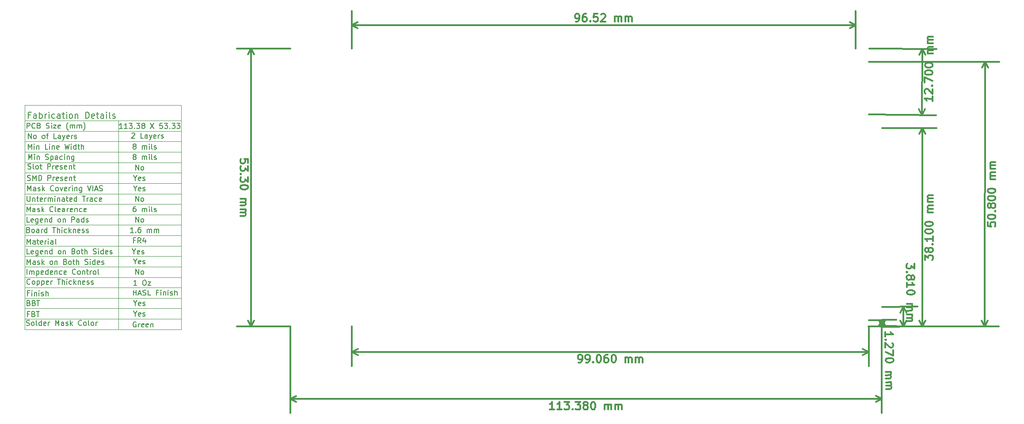
<source format=gbr>
G04 #@! TF.FileFunction,Drawing*
%FSLAX46Y46*%
G04 Gerber Fmt 4.6, Leading zero omitted, Abs format (unit mm)*
G04 Created by KiCad (PCBNEW 4.0.4-stable) date 04/21/17 11:27:43*
%MOMM*%
%LPD*%
G01*
G04 APERTURE LIST*
%ADD10C,0.100000*%
%ADD11C,0.300000*%
%ADD12C,0.200000*%
%ADD13C,0.150000*%
G04 APERTURE END LIST*
D10*
D11*
X127791430Y-73100716D02*
X127791430Y-72386430D01*
X127077144Y-72315001D01*
X127148572Y-72386430D01*
X127220001Y-72529287D01*
X127220001Y-72886430D01*
X127148572Y-73029287D01*
X127077144Y-73100716D01*
X126934287Y-73172144D01*
X126577144Y-73172144D01*
X126434287Y-73100716D01*
X126362858Y-73029287D01*
X126291430Y-72886430D01*
X126291430Y-72529287D01*
X126362858Y-72386430D01*
X126434287Y-72315001D01*
X127791430Y-73672144D02*
X127791430Y-74600715D01*
X127220001Y-74100715D01*
X127220001Y-74315001D01*
X127148572Y-74457858D01*
X127077144Y-74529287D01*
X126934287Y-74600715D01*
X126577144Y-74600715D01*
X126434287Y-74529287D01*
X126362858Y-74457858D01*
X126291430Y-74315001D01*
X126291430Y-73886429D01*
X126362858Y-73743572D01*
X126434287Y-73672144D01*
X126434287Y-75243572D02*
X126362858Y-75315000D01*
X126291430Y-75243572D01*
X126362858Y-75172143D01*
X126434287Y-75243572D01*
X126291430Y-75243572D01*
X127791430Y-75815001D02*
X127791430Y-76743572D01*
X127220001Y-76243572D01*
X127220001Y-76457858D01*
X127148572Y-76600715D01*
X127077144Y-76672144D01*
X126934287Y-76743572D01*
X126577144Y-76743572D01*
X126434287Y-76672144D01*
X126362858Y-76600715D01*
X126291430Y-76457858D01*
X126291430Y-76029286D01*
X126362858Y-75886429D01*
X126434287Y-75815001D01*
X127791430Y-77672143D02*
X127791430Y-77815000D01*
X127720001Y-77957857D01*
X127648572Y-78029286D01*
X127505715Y-78100715D01*
X127220001Y-78172143D01*
X126862858Y-78172143D01*
X126577144Y-78100715D01*
X126434287Y-78029286D01*
X126362858Y-77957857D01*
X126291430Y-77815000D01*
X126291430Y-77672143D01*
X126362858Y-77529286D01*
X126434287Y-77457857D01*
X126577144Y-77386429D01*
X126862858Y-77315000D01*
X127220001Y-77315000D01*
X127505715Y-77386429D01*
X127648572Y-77457857D01*
X127720001Y-77529286D01*
X127791430Y-77672143D01*
X126291430Y-79957857D02*
X127291430Y-79957857D01*
X127148572Y-79957857D02*
X127220001Y-80029285D01*
X127291430Y-80172143D01*
X127291430Y-80386428D01*
X127220001Y-80529285D01*
X127077144Y-80600714D01*
X126291430Y-80600714D01*
X127077144Y-80600714D02*
X127220001Y-80672143D01*
X127291430Y-80815000D01*
X127291430Y-81029285D01*
X127220001Y-81172143D01*
X127077144Y-81243571D01*
X126291430Y-81243571D01*
X126291430Y-81957857D02*
X127291430Y-81957857D01*
X127148572Y-81957857D02*
X127220001Y-82029285D01*
X127291430Y-82172143D01*
X127291430Y-82386428D01*
X127220001Y-82529285D01*
X127077144Y-82600714D01*
X126291430Y-82600714D01*
X127077144Y-82600714D02*
X127220001Y-82672143D01*
X127291430Y-82815000D01*
X127291430Y-83029285D01*
X127220001Y-83172143D01*
X127077144Y-83243571D01*
X126291430Y-83243571D01*
X128320001Y-51160000D02*
X128320001Y-104470000D01*
X135860000Y-51160000D02*
X125620001Y-51160000D01*
X135860000Y-104470000D02*
X125620001Y-104470000D01*
X128320001Y-104470000D02*
X127733580Y-103343496D01*
X128320001Y-104470000D02*
X128906422Y-103343496D01*
X128320001Y-51160000D02*
X127733580Y-52286504D01*
X128320001Y-51160000D02*
X128906422Y-52286504D01*
X186454976Y-120383857D02*
X185597833Y-120383932D01*
X186026405Y-120383894D02*
X186026273Y-118883894D01*
X185883434Y-119098193D01*
X185740589Y-119241063D01*
X185597738Y-119312504D01*
X187883547Y-120383731D02*
X187026404Y-120383806D01*
X187454976Y-120383768D02*
X187454844Y-118883768D01*
X187312005Y-119098067D01*
X187169160Y-119240937D01*
X187026309Y-119312378D01*
X188383415Y-118883686D02*
X189311986Y-118883605D01*
X188812036Y-119455078D01*
X189026322Y-119455059D01*
X189169185Y-119526475D01*
X189240621Y-119597897D01*
X189312061Y-119740748D01*
X189312093Y-120097891D01*
X189240677Y-120240754D01*
X189169255Y-120312189D01*
X189026404Y-120383630D01*
X188597832Y-120383668D01*
X188454969Y-120312252D01*
X188383534Y-120240829D01*
X189954962Y-120240691D02*
X190026397Y-120312114D01*
X189954975Y-120383548D01*
X189883540Y-120312126D01*
X189954962Y-120240691D01*
X189954975Y-120383548D01*
X190526272Y-118883497D02*
X191454843Y-118883416D01*
X190954893Y-119454889D01*
X191169179Y-119454870D01*
X191312042Y-119526286D01*
X191383478Y-119597708D01*
X191454918Y-119740559D01*
X191454950Y-120097702D01*
X191383534Y-120240565D01*
X191312112Y-120312000D01*
X191169261Y-120383441D01*
X190740689Y-120383479D01*
X190597826Y-120312063D01*
X190526391Y-120240640D01*
X192312042Y-119526198D02*
X192169178Y-119454782D01*
X192097744Y-119383359D01*
X192026302Y-119240508D01*
X192026296Y-119169080D01*
X192097712Y-119026217D01*
X192169134Y-118954782D01*
X192311986Y-118883340D01*
X192597700Y-118883315D01*
X192740563Y-118954731D01*
X192811998Y-119026154D01*
X192883439Y-119169004D01*
X192883445Y-119240432D01*
X192812030Y-119383296D01*
X192740607Y-119454731D01*
X192597756Y-119526173D01*
X192312042Y-119526198D01*
X192169191Y-119597639D01*
X192097769Y-119669074D01*
X192026352Y-119811937D01*
X192026378Y-120097651D01*
X192097819Y-120240502D01*
X192169254Y-120311925D01*
X192312118Y-120383340D01*
X192597832Y-120383315D01*
X192740683Y-120311874D01*
X192812105Y-120240439D01*
X192883521Y-120097575D01*
X192883495Y-119811861D01*
X192812055Y-119669011D01*
X192740620Y-119597588D01*
X192597756Y-119526173D01*
X193811985Y-118883208D02*
X193954842Y-118883195D01*
X194097705Y-118954611D01*
X194169140Y-119026034D01*
X194240582Y-119168885D01*
X194312035Y-119454592D01*
X194312066Y-119811735D01*
X194240664Y-120097456D01*
X194169247Y-120240319D01*
X194097825Y-120311754D01*
X193954974Y-120383195D01*
X193812117Y-120383208D01*
X193669254Y-120311792D01*
X193597818Y-120240369D01*
X193526378Y-120097519D01*
X193454923Y-119811811D01*
X193454892Y-119454668D01*
X193526296Y-119168948D01*
X193597711Y-119026084D01*
X193669134Y-118954649D01*
X193811985Y-118883208D01*
X196097831Y-120383006D02*
X196097743Y-119383006D01*
X196097755Y-119525864D02*
X196169177Y-119454429D01*
X196312029Y-119382987D01*
X196526314Y-119382968D01*
X196669177Y-119454385D01*
X196740619Y-119597235D01*
X196740688Y-120382949D01*
X196740619Y-119597235D02*
X196812035Y-119454372D01*
X196954886Y-119382930D01*
X197169171Y-119382911D01*
X197312035Y-119454328D01*
X197383476Y-119597178D01*
X197383545Y-120382892D01*
X198097831Y-120382829D02*
X198097743Y-119382829D01*
X198097755Y-119525687D02*
X198169177Y-119454252D01*
X198312029Y-119382811D01*
X198526314Y-119382792D01*
X198669177Y-119454208D01*
X198740619Y-119597059D01*
X198740688Y-120382773D01*
X198740619Y-119597059D02*
X198812035Y-119454195D01*
X198954886Y-119382754D01*
X199169171Y-119382735D01*
X199312035Y-119454151D01*
X199383476Y-119597002D01*
X199383545Y-120382716D01*
X249201224Y-118349750D02*
X135851224Y-118359750D01*
X249200000Y-104480000D02*
X249201462Y-121049750D01*
X135850000Y-104490000D02*
X135851462Y-121059750D01*
X135851224Y-118359750D02*
X136977676Y-117773230D01*
X135851224Y-118359750D02*
X136977779Y-118946071D01*
X249201224Y-118349750D02*
X248074669Y-117763429D01*
X249201224Y-118349750D02*
X248074772Y-118936270D01*
D12*
X103701905Y-66502381D02*
X103130476Y-66502381D01*
X103416190Y-66502381D02*
X103416190Y-65502381D01*
X103320952Y-65645238D01*
X103225714Y-65740476D01*
X103130476Y-65788095D01*
X104654286Y-66502381D02*
X104082857Y-66502381D01*
X104368571Y-66502381D02*
X104368571Y-65502381D01*
X104273333Y-65645238D01*
X104178095Y-65740476D01*
X104082857Y-65788095D01*
X104987619Y-65502381D02*
X105606667Y-65502381D01*
X105273333Y-65883333D01*
X105416191Y-65883333D01*
X105511429Y-65930952D01*
X105559048Y-65978571D01*
X105606667Y-66073810D01*
X105606667Y-66311905D01*
X105559048Y-66407143D01*
X105511429Y-66454762D01*
X105416191Y-66502381D01*
X105130476Y-66502381D01*
X105035238Y-66454762D01*
X104987619Y-66407143D01*
X106035238Y-66407143D02*
X106082857Y-66454762D01*
X106035238Y-66502381D01*
X105987619Y-66454762D01*
X106035238Y-66407143D01*
X106035238Y-66502381D01*
X106416190Y-65502381D02*
X107035238Y-65502381D01*
X106701904Y-65883333D01*
X106844762Y-65883333D01*
X106940000Y-65930952D01*
X106987619Y-65978571D01*
X107035238Y-66073810D01*
X107035238Y-66311905D01*
X106987619Y-66407143D01*
X106940000Y-66454762D01*
X106844762Y-66502381D01*
X106559047Y-66502381D01*
X106463809Y-66454762D01*
X106416190Y-66407143D01*
X107606666Y-65930952D02*
X107511428Y-65883333D01*
X107463809Y-65835714D01*
X107416190Y-65740476D01*
X107416190Y-65692857D01*
X107463809Y-65597619D01*
X107511428Y-65550000D01*
X107606666Y-65502381D01*
X107797143Y-65502381D01*
X107892381Y-65550000D01*
X107940000Y-65597619D01*
X107987619Y-65692857D01*
X107987619Y-65740476D01*
X107940000Y-65835714D01*
X107892381Y-65883333D01*
X107797143Y-65930952D01*
X107606666Y-65930952D01*
X107511428Y-65978571D01*
X107463809Y-66026190D01*
X107416190Y-66121429D01*
X107416190Y-66311905D01*
X107463809Y-66407143D01*
X107511428Y-66454762D01*
X107606666Y-66502381D01*
X107797143Y-66502381D01*
X107892381Y-66454762D01*
X107940000Y-66407143D01*
X107987619Y-66311905D01*
X107987619Y-66121429D01*
X107940000Y-66026190D01*
X107892381Y-65978571D01*
X107797143Y-65930952D01*
X109082857Y-65502381D02*
X109749524Y-66502381D01*
X109749524Y-65502381D02*
X109082857Y-66502381D01*
X111368572Y-65502381D02*
X110892381Y-65502381D01*
X110844762Y-65978571D01*
X110892381Y-65930952D01*
X110987619Y-65883333D01*
X111225715Y-65883333D01*
X111320953Y-65930952D01*
X111368572Y-65978571D01*
X111416191Y-66073810D01*
X111416191Y-66311905D01*
X111368572Y-66407143D01*
X111320953Y-66454762D01*
X111225715Y-66502381D01*
X110987619Y-66502381D01*
X110892381Y-66454762D01*
X110844762Y-66407143D01*
X111749524Y-65502381D02*
X112368572Y-65502381D01*
X112035238Y-65883333D01*
X112178096Y-65883333D01*
X112273334Y-65930952D01*
X112320953Y-65978571D01*
X112368572Y-66073810D01*
X112368572Y-66311905D01*
X112320953Y-66407143D01*
X112273334Y-66454762D01*
X112178096Y-66502381D01*
X111892381Y-66502381D01*
X111797143Y-66454762D01*
X111749524Y-66407143D01*
X112797143Y-66407143D02*
X112844762Y-66454762D01*
X112797143Y-66502381D01*
X112749524Y-66454762D01*
X112797143Y-66407143D01*
X112797143Y-66502381D01*
X113178095Y-65502381D02*
X113797143Y-65502381D01*
X113463809Y-65883333D01*
X113606667Y-65883333D01*
X113701905Y-65930952D01*
X113749524Y-65978571D01*
X113797143Y-66073810D01*
X113797143Y-66311905D01*
X113749524Y-66407143D01*
X113701905Y-66454762D01*
X113606667Y-66502381D01*
X113320952Y-66502381D01*
X113225714Y-66454762D01*
X113178095Y-66407143D01*
X114130476Y-65502381D02*
X114749524Y-65502381D01*
X114416190Y-65883333D01*
X114559048Y-65883333D01*
X114654286Y-65930952D01*
X114701905Y-65978571D01*
X114749524Y-66073810D01*
X114749524Y-66311905D01*
X114701905Y-66407143D01*
X114654286Y-66454762D01*
X114559048Y-66502381D01*
X114273333Y-66502381D01*
X114178095Y-66454762D01*
X114130476Y-66407143D01*
D11*
X190545727Y-46020406D02*
X190831442Y-46020288D01*
X190974269Y-45948801D01*
X191045667Y-45877342D01*
X191188437Y-45662998D01*
X191259746Y-45377253D01*
X191259509Y-44805825D01*
X191188022Y-44662998D01*
X191116564Y-44591599D01*
X190973677Y-44520229D01*
X190687963Y-44520347D01*
X190545135Y-44591835D01*
X190473736Y-44663294D01*
X190402366Y-44806181D01*
X190402514Y-45163324D01*
X190474003Y-45306151D01*
X190545460Y-45377549D01*
X190688348Y-45448919D01*
X190974062Y-45448801D01*
X191116889Y-45377313D01*
X191188289Y-45305855D01*
X191259657Y-45162968D01*
X192545105Y-44519577D02*
X192259391Y-44519696D01*
X192116563Y-44591184D01*
X192045164Y-44662643D01*
X191902396Y-44876987D01*
X191831085Y-45162731D01*
X191831322Y-45734159D01*
X191902810Y-45876987D01*
X191974268Y-45948386D01*
X192117156Y-46019755D01*
X192402870Y-46019637D01*
X192545697Y-45948149D01*
X192617096Y-45876691D01*
X192688465Y-45733804D01*
X192688317Y-45376661D01*
X192616830Y-45233834D01*
X192545371Y-45162435D01*
X192402485Y-45091066D01*
X192116771Y-45091184D01*
X191973942Y-45162672D01*
X191902544Y-45234130D01*
X191831174Y-45377016D01*
X193331381Y-45876395D02*
X193402839Y-45947794D01*
X193331440Y-46019252D01*
X193259982Y-45947853D01*
X193331381Y-45876395D01*
X193331440Y-46019252D01*
X194759391Y-44518660D02*
X194045105Y-44518956D01*
X193973972Y-45233271D01*
X194045371Y-45161814D01*
X194188199Y-45090326D01*
X194545342Y-45090178D01*
X194688228Y-45161547D01*
X194759687Y-45232946D01*
X194831174Y-45375773D01*
X194831322Y-45732916D01*
X194759953Y-45875803D01*
X194688554Y-45947261D01*
X194545726Y-46018748D01*
X194188583Y-46018896D01*
X194045697Y-45947528D01*
X193974238Y-45876128D01*
X195402306Y-44661251D02*
X195473705Y-44589793D01*
X195616533Y-44518304D01*
X195973676Y-44518156D01*
X196116562Y-44589526D01*
X196188021Y-44660926D01*
X196259508Y-44803753D01*
X196259567Y-44946610D01*
X196188228Y-45160926D01*
X195331440Y-46018423D01*
X196260011Y-46018038D01*
X198045725Y-46017298D02*
X198045311Y-45017298D01*
X198045370Y-45160156D02*
X198116768Y-45088697D01*
X198259597Y-45017209D01*
X198473882Y-45017120D01*
X198616768Y-45088490D01*
X198688256Y-45231317D01*
X198688582Y-46017031D01*
X198688256Y-45231317D02*
X198759626Y-45088431D01*
X198902454Y-45016943D01*
X199116739Y-45016854D01*
X199259626Y-45088224D01*
X199331113Y-45231051D01*
X199331439Y-46016765D01*
X200045725Y-46016469D02*
X200045310Y-45016469D01*
X200045370Y-45159327D02*
X200116768Y-45087868D01*
X200259596Y-45016380D01*
X200473881Y-45016291D01*
X200616768Y-45087661D01*
X200688256Y-45230488D01*
X200688582Y-46016202D01*
X200688256Y-45230488D02*
X200759626Y-45087602D01*
X200902453Y-45016114D01*
X201116738Y-45016025D01*
X201259626Y-45087395D01*
X201331113Y-45230222D01*
X201331439Y-46015936D01*
X147648147Y-46709615D02*
X244158147Y-46669615D01*
X147650000Y-51180000D02*
X147647028Y-44009615D01*
X244160000Y-51140000D02*
X244157028Y-43969615D01*
X244158147Y-46669615D02*
X243031886Y-47256503D01*
X244158147Y-46669615D02*
X243031400Y-46083661D01*
X147648147Y-46709615D02*
X148774894Y-47295569D01*
X147648147Y-46709615D02*
X148774408Y-46122727D01*
X258886951Y-60363328D02*
X258878834Y-61220433D01*
X258882892Y-60791880D02*
X257382960Y-60777674D01*
X257595883Y-60922554D01*
X257737381Y-61066759D01*
X257807454Y-61210286D01*
X257535282Y-59779073D02*
X257464533Y-59706970D01*
X257394460Y-59563443D01*
X257397842Y-59206316D01*
X257470621Y-59064142D01*
X257542723Y-58993393D01*
X257686250Y-58923321D01*
X257829101Y-58924674D01*
X258042701Y-58998128D01*
X258891687Y-59863351D01*
X258900481Y-58934821D01*
X258763719Y-58290640D02*
X258835821Y-58219892D01*
X258906569Y-58291993D01*
X258834468Y-58362743D01*
X258763719Y-58290640D01*
X258906569Y-58291993D01*
X257412048Y-57706384D02*
X257421519Y-56706429D01*
X258915364Y-57363463D01*
X257429637Y-55849325D02*
X257430990Y-55706474D01*
X257503769Y-55564300D01*
X257575871Y-55493551D01*
X257719398Y-55423478D01*
X258005776Y-55354759D01*
X258362903Y-55358142D01*
X258647927Y-55432272D01*
X258790102Y-55505051D01*
X258860851Y-55577153D01*
X258930923Y-55720681D01*
X258929570Y-55863531D01*
X258856792Y-56005705D01*
X258784690Y-56076455D01*
X258641163Y-56146526D01*
X258354785Y-56215246D01*
X257997658Y-56211864D01*
X257712633Y-56137732D01*
X257570459Y-56064954D01*
X257499710Y-55992852D01*
X257429637Y-55849325D01*
X257443167Y-54420818D02*
X257444520Y-54277967D01*
X257517298Y-54135793D01*
X257589401Y-54065044D01*
X257732928Y-53994971D01*
X258019305Y-53926252D01*
X258376432Y-53929635D01*
X258661457Y-54003766D01*
X258803631Y-54076544D01*
X258874381Y-54148647D01*
X258944452Y-54292174D01*
X258943099Y-54435024D01*
X258870322Y-54577198D01*
X258798219Y-54647948D01*
X258654692Y-54718019D01*
X258368315Y-54786739D01*
X258011188Y-54783357D01*
X257726163Y-54709225D01*
X257583989Y-54636447D01*
X257513240Y-54564345D01*
X257443167Y-54420818D01*
X258964747Y-52149413D02*
X257964792Y-52139942D01*
X258107643Y-52141295D02*
X258036894Y-52069194D01*
X257966821Y-51925666D01*
X257968851Y-51711390D01*
X258041629Y-51569216D01*
X258185156Y-51499143D01*
X258970835Y-51506585D01*
X258185156Y-51499143D02*
X258042982Y-51426364D01*
X257972910Y-51282837D01*
X257974939Y-51068562D01*
X258047718Y-50926387D01*
X258191245Y-50856315D01*
X258976924Y-50863756D01*
X258983688Y-50149502D02*
X257983733Y-50140032D01*
X258126585Y-50141385D02*
X258055836Y-50069283D01*
X257985763Y-49925755D01*
X257987792Y-49711480D01*
X258060571Y-49569306D01*
X258204098Y-49499233D01*
X258989777Y-49506674D01*
X258204098Y-49499233D02*
X258061924Y-49426454D01*
X257991851Y-49282927D01*
X257993881Y-49068652D01*
X258066659Y-48926477D01*
X258210186Y-48856405D01*
X258995865Y-48863846D01*
X256849208Y-63926030D02*
X256969208Y-51256030D01*
X246710000Y-63830000D02*
X259549087Y-63951601D01*
X246830000Y-51160000D02*
X259669087Y-51281601D01*
X256969208Y-51256030D02*
X257544934Y-52388037D01*
X256969208Y-51256030D02*
X256372145Y-52376929D01*
X256849208Y-63926030D02*
X257446271Y-62805131D01*
X256849208Y-63926030D02*
X256273482Y-62794023D01*
X257459079Y-91702220D02*
X257459812Y-90773649D01*
X258030846Y-91274100D01*
X258031016Y-91059814D01*
X258102557Y-90917013D01*
X258174042Y-90845641D01*
X258316955Y-90774326D01*
X258674098Y-90774607D01*
X258816898Y-90846148D01*
X258888271Y-90917633D01*
X258959586Y-91060547D01*
X258959248Y-91489119D01*
X258887707Y-91631919D01*
X258816222Y-91703291D01*
X258103346Y-89917014D02*
X258031805Y-90059815D01*
X257960319Y-90131187D01*
X257817406Y-90202503D01*
X257745978Y-90202447D01*
X257603177Y-90130905D01*
X257531805Y-90059421D01*
X257460488Y-89916506D01*
X257460714Y-89630793D01*
X257532256Y-89487992D01*
X257603741Y-89416619D01*
X257746654Y-89345304D01*
X257818082Y-89345360D01*
X257960883Y-89416901D01*
X258032255Y-89488386D01*
X258103572Y-89631300D01*
X258103346Y-89917014D01*
X258174662Y-90059928D01*
X258246034Y-90131412D01*
X258388835Y-90202954D01*
X258674549Y-90203179D01*
X258817462Y-90131863D01*
X258888947Y-90060492D01*
X258960488Y-89917690D01*
X258960713Y-89631976D01*
X258889398Y-89489063D01*
X258818026Y-89417577D01*
X258675225Y-89346037D01*
X258389511Y-89345811D01*
X258246598Y-89417127D01*
X258175112Y-89488499D01*
X258103572Y-89631300D01*
X258818589Y-88703293D02*
X258890075Y-88631921D01*
X258961446Y-88703405D01*
X258889962Y-88774778D01*
X258818589Y-88703293D01*
X258961446Y-88703405D01*
X258962630Y-87203406D02*
X258961953Y-88060549D01*
X258962292Y-87631977D02*
X257462292Y-87630793D01*
X257676465Y-87773819D01*
X257819209Y-87916790D01*
X257890526Y-88059703D01*
X257463363Y-86273652D02*
X257463476Y-86130795D01*
X257535017Y-85987994D01*
X257606503Y-85916621D01*
X257749416Y-85845305D01*
X258035186Y-85774103D01*
X258392329Y-85774384D01*
X258677987Y-85846038D01*
X258820787Y-85917580D01*
X258892160Y-85989065D01*
X258963475Y-86131978D01*
X258963362Y-86274835D01*
X258891822Y-86417636D01*
X258820336Y-86489008D01*
X258677423Y-86560324D01*
X258391653Y-86631527D01*
X258034510Y-86631245D01*
X257748852Y-86559591D01*
X257606052Y-86488050D01*
X257534679Y-86416565D01*
X257463363Y-86273652D01*
X257464490Y-84845081D02*
X257464603Y-84702224D01*
X257536145Y-84559423D01*
X257607630Y-84488051D01*
X257750543Y-84416735D01*
X258036313Y-84345532D01*
X258393456Y-84345814D01*
X258679114Y-84417467D01*
X258821915Y-84489009D01*
X258893287Y-84560494D01*
X258964602Y-84703408D01*
X258964490Y-84846265D01*
X258892949Y-84989065D01*
X258821464Y-85060438D01*
X258678550Y-85131753D01*
X258392780Y-85202957D01*
X258035637Y-85202675D01*
X257749980Y-85131020D01*
X257607179Y-85059480D01*
X257535806Y-84987994D01*
X257464490Y-84845081D01*
X258966293Y-82560551D02*
X257966294Y-82559762D01*
X258109152Y-82559875D02*
X258037779Y-82488391D01*
X257966463Y-82345476D01*
X257966632Y-82131191D01*
X258038173Y-81988391D01*
X258181087Y-81917075D01*
X258966800Y-81917695D01*
X258181087Y-81917075D02*
X258038286Y-81845533D01*
X257966970Y-81702620D01*
X257967139Y-81488335D01*
X258038681Y-81345533D01*
X258181594Y-81274218D01*
X258967308Y-81274838D01*
X258967871Y-80560552D02*
X257967872Y-80559763D01*
X258110730Y-80559876D02*
X258039357Y-80488391D01*
X257968041Y-80345477D01*
X257968210Y-80131192D01*
X258039752Y-79988391D01*
X258182665Y-79917075D01*
X258968379Y-79917695D01*
X258182665Y-79917075D02*
X258039864Y-79845533D01*
X257968548Y-79702620D01*
X257968717Y-79488335D01*
X258040259Y-79345534D01*
X258183172Y-79274218D01*
X258968886Y-79274838D01*
X256920469Y-104426092D02*
X256950469Y-66406092D01*
X249200000Y-104420000D02*
X259620468Y-104428222D01*
X249230000Y-66400000D02*
X259650468Y-66408222D01*
X256950469Y-66406092D02*
X257536001Y-67533058D01*
X256950469Y-66406092D02*
X256363160Y-67532133D01*
X256920469Y-104426092D02*
X257507778Y-103300051D01*
X256920469Y-104426092D02*
X256334937Y-103299126D01*
X255424318Y-92420235D02*
X255434092Y-93348755D01*
X254857432Y-92854797D01*
X254859687Y-93069072D01*
X254789766Y-93212673D01*
X254719094Y-93284849D01*
X254576997Y-93357777D01*
X254219873Y-93361536D01*
X254076272Y-93291616D01*
X254004095Y-93220943D01*
X253931168Y-93078845D01*
X253926657Y-92650297D01*
X253996577Y-92506696D01*
X254067250Y-92434520D01*
X254083791Y-94005861D02*
X254013118Y-94078037D01*
X253940942Y-94007365D01*
X254011614Y-93935188D01*
X254083791Y-94005861D01*
X253940942Y-94007365D01*
X254807810Y-94926864D02*
X254877731Y-94783262D01*
X254948405Y-94711086D01*
X255090502Y-94638157D01*
X255161926Y-94637405D01*
X255305527Y-94707327D01*
X255377704Y-94777999D01*
X255450632Y-94920097D01*
X255453640Y-95205795D01*
X255383718Y-95349396D01*
X255313045Y-95421573D01*
X255170948Y-95494501D01*
X255099524Y-95495253D01*
X254955923Y-95425332D01*
X254883746Y-95354659D01*
X254810817Y-95212562D01*
X254807810Y-94926864D01*
X254734882Y-94784765D01*
X254662705Y-94714093D01*
X254519105Y-94644172D01*
X254233406Y-94647179D01*
X254091309Y-94720108D01*
X254020636Y-94792284D01*
X253950716Y-94935886D01*
X253953723Y-95221584D01*
X254026651Y-95363681D01*
X254098828Y-95434354D01*
X254242428Y-95504275D01*
X254528127Y-95501267D01*
X254670224Y-95428340D01*
X254740897Y-95356163D01*
X254810817Y-95212562D01*
X253971767Y-96935774D02*
X253962745Y-96078678D01*
X253967256Y-96507227D02*
X255467173Y-96491438D01*
X255251395Y-96350844D01*
X255107042Y-96209498D01*
X255034114Y-96067401D01*
X255481458Y-97848505D02*
X255482961Y-97991354D01*
X255413040Y-98134955D01*
X255342367Y-98207132D01*
X255200270Y-98280060D01*
X254915323Y-98354492D01*
X254558200Y-98358251D01*
X254271750Y-98289834D01*
X254128149Y-98219913D01*
X254055972Y-98149240D01*
X253983045Y-98007142D01*
X253981541Y-97864293D01*
X254051461Y-97720692D01*
X254122134Y-97648516D01*
X254264232Y-97575588D01*
X254549178Y-97501155D01*
X254906301Y-97497396D01*
X255192751Y-97565814D01*
X255336352Y-97635734D01*
X255408529Y-97706408D01*
X255481458Y-97848505D01*
X254005600Y-100149881D02*
X255005544Y-100139355D01*
X254862694Y-100140859D02*
X254934871Y-100211531D01*
X255007800Y-100353629D01*
X255010055Y-100567902D01*
X254940134Y-100711503D01*
X254798037Y-100784432D01*
X254012366Y-100792702D01*
X254798037Y-100784432D02*
X254941638Y-100854353D01*
X255014566Y-100996451D01*
X255016822Y-101210724D01*
X254946901Y-101354326D01*
X254804803Y-101427253D01*
X254019133Y-101435524D01*
X254026651Y-102149770D02*
X255026596Y-102139244D01*
X254883746Y-102140748D02*
X254955923Y-102211420D01*
X255028851Y-102353518D01*
X255031107Y-102567791D01*
X254961185Y-102711392D01*
X254819088Y-102784321D01*
X254033418Y-102792591D01*
X254819088Y-102784321D02*
X254962689Y-102854242D01*
X255035618Y-102996340D01*
X255037873Y-103210613D01*
X254967952Y-103354215D01*
X254825855Y-103427143D01*
X254040184Y-103435413D01*
X253331653Y-104457035D02*
X253291653Y-100657035D01*
X249250000Y-104500000D02*
X256031503Y-104428616D01*
X249210000Y-100700000D02*
X255991503Y-100628616D01*
X253291653Y-100657035D02*
X253889899Y-101777304D01*
X253291653Y-100657035D02*
X252717122Y-101789649D01*
X253331653Y-104457035D02*
X253906184Y-103324421D01*
X253331653Y-104457035D02*
X252733407Y-103336766D01*
X249839521Y-106368691D02*
X249825698Y-105511660D01*
X249832610Y-105940176D02*
X251332415Y-105915985D01*
X251115853Y-105776603D01*
X250970710Y-105636067D01*
X250896987Y-105494381D01*
X249992727Y-107009161D02*
X249922459Y-107081731D01*
X249849889Y-107011464D01*
X249920155Y-106938893D01*
X249992727Y-107009161D01*
X249849889Y-107011464D01*
X251217221Y-107632351D02*
X251289793Y-107702619D01*
X251363517Y-107844306D01*
X251369276Y-108201402D01*
X251300160Y-108345392D01*
X251229893Y-108417964D01*
X251088206Y-108491687D01*
X250945368Y-108493991D01*
X250729958Y-108426028D01*
X249859104Y-107582819D01*
X249874079Y-108511269D01*
X251381947Y-108987014D02*
X251398074Y-109986884D01*
X249887902Y-109368301D01*
X251411897Y-110843914D02*
X251414201Y-110986753D01*
X251345085Y-111130743D01*
X251274818Y-111203315D01*
X251133131Y-111277038D01*
X250848606Y-111353065D01*
X250491510Y-111358824D01*
X250204681Y-111292013D01*
X250060690Y-111222898D01*
X249988119Y-111152630D01*
X249914396Y-111010943D01*
X249912092Y-110868105D01*
X249981207Y-110724115D01*
X250051475Y-110651543D01*
X250193162Y-110577820D01*
X250477686Y-110501793D01*
X250834783Y-110496033D01*
X251121612Y-110562845D01*
X251265602Y-110631960D01*
X251338174Y-110702228D01*
X251411897Y-110843914D01*
X249948954Y-113153522D02*
X250948824Y-113137395D01*
X250805984Y-113139699D02*
X250878556Y-113209965D01*
X250952280Y-113351653D01*
X250955735Y-113565910D01*
X250886620Y-113709900D01*
X250744933Y-113783624D01*
X249959321Y-113796295D01*
X250744933Y-113783624D02*
X250888923Y-113852740D01*
X250962647Y-113994426D01*
X250966103Y-114208683D01*
X250896987Y-114352675D01*
X250755300Y-114426397D01*
X249969689Y-114439068D01*
X249981208Y-115153262D02*
X250981078Y-115137135D01*
X250838238Y-115139438D02*
X250910810Y-115209705D01*
X250984534Y-115351393D01*
X250987989Y-115565650D01*
X250918873Y-115709640D01*
X250777187Y-115783364D01*
X249991575Y-115796035D01*
X250777187Y-115783364D02*
X250921177Y-115852480D01*
X250994901Y-115994166D01*
X250998357Y-116208423D01*
X250929241Y-116352415D01*
X250787554Y-116426137D01*
X250001942Y-116438808D01*
X249253055Y-104409467D02*
X249233055Y-103169467D01*
X246740000Y-104450000D02*
X251952704Y-104365924D01*
X246720000Y-103210000D02*
X251932704Y-103125924D01*
X249233055Y-103169467D02*
X249837567Y-104286367D01*
X249233055Y-103169467D02*
X248664878Y-104305281D01*
X249253055Y-104409467D02*
X249821232Y-103273653D01*
X249253055Y-104409467D02*
X248648543Y-103292567D01*
X269459458Y-84492047D02*
X269459036Y-85206333D01*
X270173279Y-85278185D01*
X270101894Y-85206713D01*
X270030549Y-85063814D01*
X270030760Y-84706671D01*
X270102274Y-84563856D01*
X270173744Y-84492470D01*
X270316643Y-84421126D01*
X270673786Y-84421337D01*
X270816601Y-84492850D01*
X270887988Y-84564321D01*
X270959331Y-84707220D01*
X270959120Y-85064363D01*
X270887608Y-85207178D01*
X270816136Y-85278565D01*
X269460050Y-83492048D02*
X269460134Y-83349191D01*
X269531648Y-83206377D01*
X269603119Y-83134990D01*
X269746018Y-83063645D01*
X270031774Y-82992386D01*
X270388917Y-82992598D01*
X270674589Y-83064195D01*
X270817404Y-83135708D01*
X270888790Y-83207179D01*
X270960134Y-83350079D01*
X270960049Y-83492936D01*
X270888537Y-83635750D01*
X270817066Y-83707137D01*
X270674167Y-83778481D01*
X270388410Y-83849741D01*
X270031267Y-83849529D01*
X269745596Y-83777931D01*
X269602781Y-83706419D01*
X269531394Y-83634948D01*
X269460050Y-83492048D01*
X270817868Y-82349994D02*
X270889340Y-82278609D01*
X270960725Y-82350079D01*
X270889255Y-82421466D01*
X270817868Y-82349994D01*
X270960725Y-82350079D01*
X270104133Y-81421000D02*
X270032619Y-81563816D01*
X269961148Y-81635201D01*
X269818249Y-81706546D01*
X269746821Y-81706504D01*
X269604006Y-81634990D01*
X269532619Y-81563520D01*
X269461275Y-81420620D01*
X269461444Y-81134906D01*
X269532957Y-80992091D01*
X269604429Y-80920704D01*
X269747328Y-80849361D01*
X269818756Y-80849403D01*
X269961571Y-80920916D01*
X270032957Y-80992387D01*
X270104302Y-81135286D01*
X270104133Y-81421000D01*
X270175476Y-81563900D01*
X270246863Y-81635370D01*
X270389678Y-81706884D01*
X270675392Y-81707053D01*
X270818291Y-81635708D01*
X270889762Y-81564323D01*
X270961275Y-81421507D01*
X270961444Y-81135793D01*
X270890100Y-80992894D01*
X270818713Y-80921423D01*
X270675899Y-80849910D01*
X270390185Y-80849741D01*
X270247286Y-80921085D01*
X270175814Y-80992471D01*
X270104302Y-81135286D01*
X269462162Y-79920621D02*
X269462247Y-79777764D01*
X269533760Y-79634949D01*
X269605231Y-79563563D01*
X269748131Y-79492218D01*
X270033887Y-79420959D01*
X270391030Y-79421170D01*
X270676701Y-79492767D01*
X270819516Y-79564281D01*
X270890903Y-79635752D01*
X270962246Y-79778651D01*
X270962162Y-79921508D01*
X270890649Y-80064323D01*
X270819178Y-80135710D01*
X270676279Y-80207053D01*
X270390523Y-80278313D01*
X270033380Y-80278102D01*
X269747708Y-80206504D01*
X269604893Y-80134991D01*
X269533507Y-80063520D01*
X269462162Y-79920621D01*
X269463007Y-78492050D02*
X269463092Y-78349193D01*
X269534605Y-78206379D01*
X269606076Y-78134992D01*
X269748976Y-78063647D01*
X270034732Y-77992388D01*
X270391875Y-77992600D01*
X270677546Y-78064197D01*
X270820361Y-78135710D01*
X270891748Y-78207181D01*
X270963091Y-78350080D01*
X270963007Y-78492937D01*
X270891494Y-78635752D01*
X270820023Y-78707139D01*
X270677124Y-78778482D01*
X270391368Y-78849742D01*
X270034225Y-78849531D01*
X269748553Y-78777933D01*
X269605738Y-78706421D01*
X269534352Y-78634949D01*
X269463007Y-78492050D01*
X270964359Y-76207224D02*
X269964359Y-76206632D01*
X270107217Y-76206717D02*
X270035830Y-76135247D01*
X269964486Y-75992346D01*
X269964612Y-75778061D01*
X270036126Y-75635247D01*
X270179025Y-75563902D01*
X270964739Y-75564367D01*
X270179025Y-75563902D02*
X270036210Y-75492389D01*
X269964866Y-75349490D01*
X269964993Y-75135205D01*
X270036506Y-74992389D01*
X270179405Y-74921045D01*
X270965119Y-74921510D01*
X270965542Y-74207224D02*
X269965542Y-74206633D01*
X270108400Y-74206717D02*
X270037013Y-74135247D01*
X269965669Y-73992347D01*
X269965795Y-73778062D01*
X270037309Y-73635247D01*
X270180208Y-73563903D01*
X270965922Y-73564367D01*
X270180208Y-73563903D02*
X270037393Y-73492389D01*
X269966049Y-73349490D01*
X269966176Y-73135205D01*
X270037689Y-72992389D01*
X270180588Y-72921046D01*
X270966302Y-72921510D01*
X268919098Y-104423166D02*
X268949098Y-53703166D01*
X246660000Y-104410000D02*
X271619098Y-104424763D01*
X246690000Y-53690000D02*
X271649098Y-53704763D01*
X268949098Y-53703166D02*
X269534852Y-54830016D01*
X268949098Y-53703166D02*
X268362011Y-54829323D01*
X268919098Y-104423166D02*
X269506185Y-103297009D01*
X268919098Y-104423166D02*
X268333344Y-103296316D01*
X191108572Y-111358571D02*
X191394287Y-111358571D01*
X191537144Y-111287143D01*
X191608572Y-111215714D01*
X191751430Y-111001429D01*
X191822858Y-110715714D01*
X191822858Y-110144286D01*
X191751430Y-110001429D01*
X191680001Y-109930000D01*
X191537144Y-109858571D01*
X191251430Y-109858571D01*
X191108572Y-109930000D01*
X191037144Y-110001429D01*
X190965715Y-110144286D01*
X190965715Y-110501429D01*
X191037144Y-110644286D01*
X191108572Y-110715714D01*
X191251430Y-110787143D01*
X191537144Y-110787143D01*
X191680001Y-110715714D01*
X191751430Y-110644286D01*
X191822858Y-110501429D01*
X192537143Y-111358571D02*
X192822858Y-111358571D01*
X192965715Y-111287143D01*
X193037143Y-111215714D01*
X193180001Y-111001429D01*
X193251429Y-110715714D01*
X193251429Y-110144286D01*
X193180001Y-110001429D01*
X193108572Y-109930000D01*
X192965715Y-109858571D01*
X192680001Y-109858571D01*
X192537143Y-109930000D01*
X192465715Y-110001429D01*
X192394286Y-110144286D01*
X192394286Y-110501429D01*
X192465715Y-110644286D01*
X192537143Y-110715714D01*
X192680001Y-110787143D01*
X192965715Y-110787143D01*
X193108572Y-110715714D01*
X193180001Y-110644286D01*
X193251429Y-110501429D01*
X193894286Y-111215714D02*
X193965714Y-111287143D01*
X193894286Y-111358571D01*
X193822857Y-111287143D01*
X193894286Y-111215714D01*
X193894286Y-111358571D01*
X194894286Y-109858571D02*
X195037143Y-109858571D01*
X195180000Y-109930000D01*
X195251429Y-110001429D01*
X195322858Y-110144286D01*
X195394286Y-110430000D01*
X195394286Y-110787143D01*
X195322858Y-111072857D01*
X195251429Y-111215714D01*
X195180000Y-111287143D01*
X195037143Y-111358571D01*
X194894286Y-111358571D01*
X194751429Y-111287143D01*
X194680000Y-111215714D01*
X194608572Y-111072857D01*
X194537143Y-110787143D01*
X194537143Y-110430000D01*
X194608572Y-110144286D01*
X194680000Y-110001429D01*
X194751429Y-109930000D01*
X194894286Y-109858571D01*
X196680000Y-109858571D02*
X196394286Y-109858571D01*
X196251429Y-109930000D01*
X196180000Y-110001429D01*
X196037143Y-110215714D01*
X195965714Y-110501429D01*
X195965714Y-111072857D01*
X196037143Y-111215714D01*
X196108571Y-111287143D01*
X196251429Y-111358571D01*
X196537143Y-111358571D01*
X196680000Y-111287143D01*
X196751429Y-111215714D01*
X196822857Y-111072857D01*
X196822857Y-110715714D01*
X196751429Y-110572857D01*
X196680000Y-110501429D01*
X196537143Y-110430000D01*
X196251429Y-110430000D01*
X196108571Y-110501429D01*
X196037143Y-110572857D01*
X195965714Y-110715714D01*
X197751428Y-109858571D02*
X197894285Y-109858571D01*
X198037142Y-109930000D01*
X198108571Y-110001429D01*
X198180000Y-110144286D01*
X198251428Y-110430000D01*
X198251428Y-110787143D01*
X198180000Y-111072857D01*
X198108571Y-111215714D01*
X198037142Y-111287143D01*
X197894285Y-111358571D01*
X197751428Y-111358571D01*
X197608571Y-111287143D01*
X197537142Y-111215714D01*
X197465714Y-111072857D01*
X197394285Y-110787143D01*
X197394285Y-110430000D01*
X197465714Y-110144286D01*
X197537142Y-110001429D01*
X197608571Y-109930000D01*
X197751428Y-109858571D01*
X200037142Y-111358571D02*
X200037142Y-110358571D01*
X200037142Y-110501429D02*
X200108570Y-110430000D01*
X200251428Y-110358571D01*
X200465713Y-110358571D01*
X200608570Y-110430000D01*
X200679999Y-110572857D01*
X200679999Y-111358571D01*
X200679999Y-110572857D02*
X200751428Y-110430000D01*
X200894285Y-110358571D01*
X201108570Y-110358571D01*
X201251428Y-110430000D01*
X201322856Y-110572857D01*
X201322856Y-111358571D01*
X202037142Y-111358571D02*
X202037142Y-110358571D01*
X202037142Y-110501429D02*
X202108570Y-110430000D01*
X202251428Y-110358571D01*
X202465713Y-110358571D01*
X202608570Y-110430000D01*
X202679999Y-110572857D01*
X202679999Y-111358571D01*
X202679999Y-110572857D02*
X202751428Y-110430000D01*
X202894285Y-110358571D01*
X203108570Y-110358571D01*
X203251428Y-110430000D01*
X203322856Y-110572857D01*
X203322856Y-111358571D01*
X147670000Y-109330000D02*
X246690000Y-109330000D01*
X147670000Y-104470000D02*
X147670000Y-112030000D01*
X246690000Y-104470000D02*
X246690000Y-112030000D01*
X246690000Y-109330000D02*
X245563496Y-109916421D01*
X246690000Y-109330000D02*
X245563496Y-108743579D01*
X147670000Y-109330000D02*
X148796504Y-109916421D01*
X147670000Y-109330000D02*
X148796504Y-108743579D01*
D10*
X84980000Y-62000000D02*
X84980000Y-105000000D01*
X84980000Y-103000000D02*
X114980000Y-103000000D01*
X114980000Y-62000000D02*
X114980000Y-105000000D01*
X84980000Y-65000000D02*
X114980000Y-65000000D01*
X84980000Y-62000000D02*
X114980000Y-62000000D01*
X84980000Y-67000000D02*
X114980000Y-67000000D01*
X84980000Y-69000000D02*
X114980000Y-69000000D01*
X84980000Y-71000000D02*
X114980000Y-71000000D01*
X84980000Y-75000000D02*
X114980000Y-75000000D01*
X84980000Y-73000000D02*
X114980000Y-73000000D01*
X84980000Y-77000000D02*
X114980000Y-77000000D01*
X84980000Y-79000000D02*
X114980000Y-79000000D01*
X84980000Y-81000000D02*
X114980000Y-81000000D01*
X84980000Y-83000000D02*
X114980000Y-83000000D01*
X84980000Y-85000000D02*
X114980000Y-85000000D01*
X84980000Y-87000000D02*
X114980000Y-87000000D01*
X84980000Y-89000000D02*
X114980000Y-89000000D01*
X84980000Y-91000000D02*
X114980000Y-91000000D01*
X84980000Y-93000000D02*
X114980000Y-93000000D01*
X84980000Y-95000000D02*
X114980000Y-95000000D01*
X84980000Y-97000000D02*
X114980000Y-97000000D01*
X84980000Y-99000000D02*
X114980000Y-99000000D01*
X84980000Y-101000000D02*
X114980000Y-101000000D01*
X102980000Y-105000000D02*
X102980000Y-65000000D01*
X84980000Y-105000000D02*
X114980000Y-105000000D01*
D13*
X85408571Y-66452381D02*
X85408571Y-65452381D01*
X85789524Y-65452381D01*
X85884762Y-65500000D01*
X85932381Y-65547619D01*
X85980000Y-65642857D01*
X85980000Y-65785714D01*
X85932381Y-65880952D01*
X85884762Y-65928571D01*
X85789524Y-65976190D01*
X85408571Y-65976190D01*
X86980000Y-66357143D02*
X86932381Y-66404762D01*
X86789524Y-66452381D01*
X86694286Y-66452381D01*
X86551428Y-66404762D01*
X86456190Y-66309524D01*
X86408571Y-66214286D01*
X86360952Y-66023810D01*
X86360952Y-65880952D01*
X86408571Y-65690476D01*
X86456190Y-65595238D01*
X86551428Y-65500000D01*
X86694286Y-65452381D01*
X86789524Y-65452381D01*
X86932381Y-65500000D01*
X86980000Y-65547619D01*
X87741905Y-65928571D02*
X87884762Y-65976190D01*
X87932381Y-66023810D01*
X87980000Y-66119048D01*
X87980000Y-66261905D01*
X87932381Y-66357143D01*
X87884762Y-66404762D01*
X87789524Y-66452381D01*
X87408571Y-66452381D01*
X87408571Y-65452381D01*
X87741905Y-65452381D01*
X87837143Y-65500000D01*
X87884762Y-65547619D01*
X87932381Y-65642857D01*
X87932381Y-65738095D01*
X87884762Y-65833333D01*
X87837143Y-65880952D01*
X87741905Y-65928571D01*
X87408571Y-65928571D01*
X89122857Y-66404762D02*
X89265714Y-66452381D01*
X89503810Y-66452381D01*
X89599048Y-66404762D01*
X89646667Y-66357143D01*
X89694286Y-66261905D01*
X89694286Y-66166667D01*
X89646667Y-66071429D01*
X89599048Y-66023810D01*
X89503810Y-65976190D01*
X89313333Y-65928571D01*
X89218095Y-65880952D01*
X89170476Y-65833333D01*
X89122857Y-65738095D01*
X89122857Y-65642857D01*
X89170476Y-65547619D01*
X89218095Y-65500000D01*
X89313333Y-65452381D01*
X89551429Y-65452381D01*
X89694286Y-65500000D01*
X90122857Y-66452381D02*
X90122857Y-65785714D01*
X90122857Y-65452381D02*
X90075238Y-65500000D01*
X90122857Y-65547619D01*
X90170476Y-65500000D01*
X90122857Y-65452381D01*
X90122857Y-65547619D01*
X90503809Y-65785714D02*
X91027619Y-65785714D01*
X90503809Y-66452381D01*
X91027619Y-66452381D01*
X91789524Y-66404762D02*
X91694286Y-66452381D01*
X91503809Y-66452381D01*
X91408571Y-66404762D01*
X91360952Y-66309524D01*
X91360952Y-65928571D01*
X91408571Y-65833333D01*
X91503809Y-65785714D01*
X91694286Y-65785714D01*
X91789524Y-65833333D01*
X91837143Y-65928571D01*
X91837143Y-66023810D01*
X91360952Y-66119048D01*
X93313334Y-66833333D02*
X93265714Y-66785714D01*
X93170476Y-66642857D01*
X93122857Y-66547619D01*
X93075238Y-66404762D01*
X93027619Y-66166667D01*
X93027619Y-65976190D01*
X93075238Y-65738095D01*
X93122857Y-65595238D01*
X93170476Y-65500000D01*
X93265714Y-65357143D01*
X93313334Y-65309524D01*
X93694286Y-66452381D02*
X93694286Y-65785714D01*
X93694286Y-65880952D02*
X93741905Y-65833333D01*
X93837143Y-65785714D01*
X93980001Y-65785714D01*
X94075239Y-65833333D01*
X94122858Y-65928571D01*
X94122858Y-66452381D01*
X94122858Y-65928571D02*
X94170477Y-65833333D01*
X94265715Y-65785714D01*
X94408572Y-65785714D01*
X94503810Y-65833333D01*
X94551429Y-65928571D01*
X94551429Y-66452381D01*
X95027619Y-66452381D02*
X95027619Y-65785714D01*
X95027619Y-65880952D02*
X95075238Y-65833333D01*
X95170476Y-65785714D01*
X95313334Y-65785714D01*
X95408572Y-65833333D01*
X95456191Y-65928571D01*
X95456191Y-66452381D01*
X95456191Y-65928571D02*
X95503810Y-65833333D01*
X95599048Y-65785714D01*
X95741905Y-65785714D01*
X95837143Y-65833333D01*
X95884762Y-65928571D01*
X95884762Y-66452381D01*
X96265714Y-66833333D02*
X96313333Y-66785714D01*
X96408571Y-66642857D01*
X96456190Y-66547619D01*
X96503809Y-66404762D01*
X96551428Y-66166667D01*
X96551428Y-65976190D01*
X96503809Y-65738095D01*
X96456190Y-65595238D01*
X96408571Y-65500000D01*
X96313333Y-65357143D01*
X96265714Y-65309524D01*
X86094287Y-63914286D02*
X85694287Y-63914286D01*
X85694287Y-64542857D02*
X85694287Y-63342857D01*
X86265716Y-63342857D01*
X87237144Y-64542857D02*
X87237144Y-63914286D01*
X87180001Y-63800000D01*
X87065715Y-63742857D01*
X86837144Y-63742857D01*
X86722858Y-63800000D01*
X87237144Y-64485714D02*
X87122858Y-64542857D01*
X86837144Y-64542857D01*
X86722858Y-64485714D01*
X86665715Y-64371429D01*
X86665715Y-64257143D01*
X86722858Y-64142857D01*
X86837144Y-64085714D01*
X87122858Y-64085714D01*
X87237144Y-64028571D01*
X87808572Y-64542857D02*
X87808572Y-63342857D01*
X87808572Y-63800000D02*
X87922858Y-63742857D01*
X88151429Y-63742857D01*
X88265715Y-63800000D01*
X88322858Y-63857143D01*
X88380001Y-63971429D01*
X88380001Y-64314286D01*
X88322858Y-64428571D01*
X88265715Y-64485714D01*
X88151429Y-64542857D01*
X87922858Y-64542857D01*
X87808572Y-64485714D01*
X88894286Y-64542857D02*
X88894286Y-63742857D01*
X88894286Y-63971429D02*
X88951429Y-63857143D01*
X89008572Y-63800000D01*
X89122858Y-63742857D01*
X89237143Y-63742857D01*
X89637143Y-64542857D02*
X89637143Y-63742857D01*
X89637143Y-63342857D02*
X89580000Y-63400000D01*
X89637143Y-63457143D01*
X89694286Y-63400000D01*
X89637143Y-63342857D01*
X89637143Y-63457143D01*
X90722858Y-64485714D02*
X90608572Y-64542857D01*
X90380001Y-64542857D01*
X90265715Y-64485714D01*
X90208572Y-64428571D01*
X90151429Y-64314286D01*
X90151429Y-63971429D01*
X90208572Y-63857143D01*
X90265715Y-63800000D01*
X90380001Y-63742857D01*
X90608572Y-63742857D01*
X90722858Y-63800000D01*
X91751429Y-64542857D02*
X91751429Y-63914286D01*
X91694286Y-63800000D01*
X91580000Y-63742857D01*
X91351429Y-63742857D01*
X91237143Y-63800000D01*
X91751429Y-64485714D02*
X91637143Y-64542857D01*
X91351429Y-64542857D01*
X91237143Y-64485714D01*
X91180000Y-64371429D01*
X91180000Y-64257143D01*
X91237143Y-64142857D01*
X91351429Y-64085714D01*
X91637143Y-64085714D01*
X91751429Y-64028571D01*
X92151429Y-63742857D02*
X92608572Y-63742857D01*
X92322857Y-63342857D02*
X92322857Y-64371429D01*
X92380000Y-64485714D01*
X92494286Y-64542857D01*
X92608572Y-64542857D01*
X93008571Y-64542857D02*
X93008571Y-63742857D01*
X93008571Y-63342857D02*
X92951428Y-63400000D01*
X93008571Y-63457143D01*
X93065714Y-63400000D01*
X93008571Y-63342857D01*
X93008571Y-63457143D01*
X93751429Y-64542857D02*
X93637143Y-64485714D01*
X93580000Y-64428571D01*
X93522857Y-64314286D01*
X93522857Y-63971429D01*
X93580000Y-63857143D01*
X93637143Y-63800000D01*
X93751429Y-63742857D01*
X93922857Y-63742857D01*
X94037143Y-63800000D01*
X94094286Y-63857143D01*
X94151429Y-63971429D01*
X94151429Y-64314286D01*
X94094286Y-64428571D01*
X94037143Y-64485714D01*
X93922857Y-64542857D01*
X93751429Y-64542857D01*
X94665714Y-63742857D02*
X94665714Y-64542857D01*
X94665714Y-63857143D02*
X94722857Y-63800000D01*
X94837143Y-63742857D01*
X95008571Y-63742857D01*
X95122857Y-63800000D01*
X95180000Y-63914286D01*
X95180000Y-64542857D01*
X96665714Y-64542857D02*
X96665714Y-63342857D01*
X96951429Y-63342857D01*
X97122857Y-63400000D01*
X97237143Y-63514286D01*
X97294286Y-63628571D01*
X97351429Y-63857143D01*
X97351429Y-64028571D01*
X97294286Y-64257143D01*
X97237143Y-64371429D01*
X97122857Y-64485714D01*
X96951429Y-64542857D01*
X96665714Y-64542857D01*
X98322857Y-64485714D02*
X98208571Y-64542857D01*
X97980000Y-64542857D01*
X97865714Y-64485714D01*
X97808571Y-64371429D01*
X97808571Y-63914286D01*
X97865714Y-63800000D01*
X97980000Y-63742857D01*
X98208571Y-63742857D01*
X98322857Y-63800000D01*
X98380000Y-63914286D01*
X98380000Y-64028571D01*
X97808571Y-64142857D01*
X98722857Y-63742857D02*
X99180000Y-63742857D01*
X98894285Y-63342857D02*
X98894285Y-64371429D01*
X98951428Y-64485714D01*
X99065714Y-64542857D01*
X99180000Y-64542857D01*
X100094285Y-64542857D02*
X100094285Y-63914286D01*
X100037142Y-63800000D01*
X99922856Y-63742857D01*
X99694285Y-63742857D01*
X99579999Y-63800000D01*
X100094285Y-64485714D02*
X99979999Y-64542857D01*
X99694285Y-64542857D01*
X99579999Y-64485714D01*
X99522856Y-64371429D01*
X99522856Y-64257143D01*
X99579999Y-64142857D01*
X99694285Y-64085714D01*
X99979999Y-64085714D01*
X100094285Y-64028571D01*
X100665713Y-64542857D02*
X100665713Y-63742857D01*
X100665713Y-63342857D02*
X100608570Y-63400000D01*
X100665713Y-63457143D01*
X100722856Y-63400000D01*
X100665713Y-63342857D01*
X100665713Y-63457143D01*
X101408571Y-64542857D02*
X101294285Y-64485714D01*
X101237142Y-64371429D01*
X101237142Y-63342857D01*
X101808570Y-64485714D02*
X101922856Y-64542857D01*
X102151428Y-64542857D01*
X102265713Y-64485714D01*
X102322856Y-64371429D01*
X102322856Y-64314286D01*
X102265713Y-64200000D01*
X102151428Y-64142857D01*
X101979999Y-64142857D01*
X101865713Y-64085714D01*
X101808570Y-63971429D01*
X101808570Y-63914286D01*
X101865713Y-63800000D01*
X101979999Y-63742857D01*
X102151428Y-63742857D01*
X102265713Y-63800000D01*
X85660951Y-68452381D02*
X85660951Y-67452381D01*
X86232380Y-68452381D01*
X86232380Y-67452381D01*
X86851427Y-68452381D02*
X86756189Y-68404762D01*
X86708570Y-68357143D01*
X86660951Y-68261905D01*
X86660951Y-67976190D01*
X86708570Y-67880952D01*
X86756189Y-67833333D01*
X86851427Y-67785714D01*
X86994285Y-67785714D01*
X87089523Y-67833333D01*
X87137142Y-67880952D01*
X87184761Y-67976190D01*
X87184761Y-68261905D01*
X87137142Y-68357143D01*
X87089523Y-68404762D01*
X86994285Y-68452381D01*
X86851427Y-68452381D01*
X88518094Y-68452381D02*
X88422856Y-68404762D01*
X88375237Y-68357143D01*
X88327618Y-68261905D01*
X88327618Y-67976190D01*
X88375237Y-67880952D01*
X88422856Y-67833333D01*
X88518094Y-67785714D01*
X88660952Y-67785714D01*
X88756190Y-67833333D01*
X88803809Y-67880952D01*
X88851428Y-67976190D01*
X88851428Y-68261905D01*
X88803809Y-68357143D01*
X88756190Y-68404762D01*
X88660952Y-68452381D01*
X88518094Y-68452381D01*
X89137142Y-67785714D02*
X89518094Y-67785714D01*
X89279999Y-68452381D02*
X89279999Y-67595238D01*
X89327618Y-67500000D01*
X89422856Y-67452381D01*
X89518094Y-67452381D01*
X91089524Y-68452381D02*
X90613333Y-68452381D01*
X90613333Y-67452381D01*
X91851429Y-68452381D02*
X91851429Y-67928571D01*
X91803810Y-67833333D01*
X91708572Y-67785714D01*
X91518095Y-67785714D01*
X91422857Y-67833333D01*
X91851429Y-68404762D02*
X91756191Y-68452381D01*
X91518095Y-68452381D01*
X91422857Y-68404762D01*
X91375238Y-68309524D01*
X91375238Y-68214286D01*
X91422857Y-68119048D01*
X91518095Y-68071429D01*
X91756191Y-68071429D01*
X91851429Y-68023810D01*
X92232381Y-67785714D02*
X92470476Y-68452381D01*
X92708572Y-67785714D02*
X92470476Y-68452381D01*
X92375238Y-68690476D01*
X92327619Y-68738095D01*
X92232381Y-68785714D01*
X93470477Y-68404762D02*
X93375239Y-68452381D01*
X93184762Y-68452381D01*
X93089524Y-68404762D01*
X93041905Y-68309524D01*
X93041905Y-67928571D01*
X93089524Y-67833333D01*
X93184762Y-67785714D01*
X93375239Y-67785714D01*
X93470477Y-67833333D01*
X93518096Y-67928571D01*
X93518096Y-68023810D01*
X93041905Y-68119048D01*
X93946667Y-68452381D02*
X93946667Y-67785714D01*
X93946667Y-67976190D02*
X93994286Y-67880952D01*
X94041905Y-67833333D01*
X94137143Y-67785714D01*
X94232382Y-67785714D01*
X94518096Y-68404762D02*
X94613334Y-68452381D01*
X94803810Y-68452381D01*
X94899049Y-68404762D01*
X94946668Y-68309524D01*
X94946668Y-68261905D01*
X94899049Y-68166667D01*
X94803810Y-68119048D01*
X94660953Y-68119048D01*
X94565715Y-68071429D01*
X94518096Y-67976190D01*
X94518096Y-67928571D01*
X94565715Y-67833333D01*
X94660953Y-67785714D01*
X94803810Y-67785714D01*
X94899049Y-67833333D01*
X85670476Y-70452381D02*
X85670476Y-69452381D01*
X86003810Y-70166667D01*
X86337143Y-69452381D01*
X86337143Y-70452381D01*
X86813333Y-70452381D02*
X86813333Y-69785714D01*
X86813333Y-69452381D02*
X86765714Y-69500000D01*
X86813333Y-69547619D01*
X86860952Y-69500000D01*
X86813333Y-69452381D01*
X86813333Y-69547619D01*
X87289523Y-69785714D02*
X87289523Y-70452381D01*
X87289523Y-69880952D02*
X87337142Y-69833333D01*
X87432380Y-69785714D01*
X87575238Y-69785714D01*
X87670476Y-69833333D01*
X87718095Y-69928571D01*
X87718095Y-70452381D01*
X89432381Y-70452381D02*
X88956190Y-70452381D01*
X88956190Y-69452381D01*
X89765714Y-70452381D02*
X89765714Y-69785714D01*
X89765714Y-69452381D02*
X89718095Y-69500000D01*
X89765714Y-69547619D01*
X89813333Y-69500000D01*
X89765714Y-69452381D01*
X89765714Y-69547619D01*
X90241904Y-69785714D02*
X90241904Y-70452381D01*
X90241904Y-69880952D02*
X90289523Y-69833333D01*
X90384761Y-69785714D01*
X90527619Y-69785714D01*
X90622857Y-69833333D01*
X90670476Y-69928571D01*
X90670476Y-70452381D01*
X91527619Y-70404762D02*
X91432381Y-70452381D01*
X91241904Y-70452381D01*
X91146666Y-70404762D01*
X91099047Y-70309524D01*
X91099047Y-69928571D01*
X91146666Y-69833333D01*
X91241904Y-69785714D01*
X91432381Y-69785714D01*
X91527619Y-69833333D01*
X91575238Y-69928571D01*
X91575238Y-70023810D01*
X91099047Y-70119048D01*
X92670476Y-69452381D02*
X92908571Y-70452381D01*
X93099048Y-69738095D01*
X93289524Y-70452381D01*
X93527619Y-69452381D01*
X93908571Y-70452381D02*
X93908571Y-69785714D01*
X93908571Y-69452381D02*
X93860952Y-69500000D01*
X93908571Y-69547619D01*
X93956190Y-69500000D01*
X93908571Y-69452381D01*
X93908571Y-69547619D01*
X94813333Y-70452381D02*
X94813333Y-69452381D01*
X94813333Y-70404762D02*
X94718095Y-70452381D01*
X94527618Y-70452381D01*
X94432380Y-70404762D01*
X94384761Y-70357143D01*
X94337142Y-70261905D01*
X94337142Y-69976190D01*
X94384761Y-69880952D01*
X94432380Y-69833333D01*
X94527618Y-69785714D01*
X94718095Y-69785714D01*
X94813333Y-69833333D01*
X95146666Y-69785714D02*
X95527618Y-69785714D01*
X95289523Y-69452381D02*
X95289523Y-70309524D01*
X95337142Y-70404762D01*
X95432380Y-70452381D01*
X95527618Y-70452381D01*
X95860952Y-70452381D02*
X95860952Y-69452381D01*
X96289524Y-70452381D02*
X96289524Y-69928571D01*
X96241905Y-69833333D01*
X96146667Y-69785714D01*
X96003809Y-69785714D01*
X95908571Y-69833333D01*
X95860952Y-69880952D01*
X85722857Y-72452381D02*
X85722857Y-71452381D01*
X86056191Y-72166667D01*
X86389524Y-71452381D01*
X86389524Y-72452381D01*
X86865714Y-72452381D02*
X86865714Y-71785714D01*
X86865714Y-71452381D02*
X86818095Y-71500000D01*
X86865714Y-71547619D01*
X86913333Y-71500000D01*
X86865714Y-71452381D01*
X86865714Y-71547619D01*
X87341904Y-71785714D02*
X87341904Y-72452381D01*
X87341904Y-71880952D02*
X87389523Y-71833333D01*
X87484761Y-71785714D01*
X87627619Y-71785714D01*
X87722857Y-71833333D01*
X87770476Y-71928571D01*
X87770476Y-72452381D01*
X88960952Y-72404762D02*
X89103809Y-72452381D01*
X89341905Y-72452381D01*
X89437143Y-72404762D01*
X89484762Y-72357143D01*
X89532381Y-72261905D01*
X89532381Y-72166667D01*
X89484762Y-72071429D01*
X89437143Y-72023810D01*
X89341905Y-71976190D01*
X89151428Y-71928571D01*
X89056190Y-71880952D01*
X89008571Y-71833333D01*
X88960952Y-71738095D01*
X88960952Y-71642857D01*
X89008571Y-71547619D01*
X89056190Y-71500000D01*
X89151428Y-71452381D01*
X89389524Y-71452381D01*
X89532381Y-71500000D01*
X89960952Y-71785714D02*
X89960952Y-72785714D01*
X89960952Y-71833333D02*
X90056190Y-71785714D01*
X90246667Y-71785714D01*
X90341905Y-71833333D01*
X90389524Y-71880952D01*
X90437143Y-71976190D01*
X90437143Y-72261905D01*
X90389524Y-72357143D01*
X90341905Y-72404762D01*
X90246667Y-72452381D01*
X90056190Y-72452381D01*
X89960952Y-72404762D01*
X91294286Y-72452381D02*
X91294286Y-71928571D01*
X91246667Y-71833333D01*
X91151429Y-71785714D01*
X90960952Y-71785714D01*
X90865714Y-71833333D01*
X91294286Y-72404762D02*
X91199048Y-72452381D01*
X90960952Y-72452381D01*
X90865714Y-72404762D01*
X90818095Y-72309524D01*
X90818095Y-72214286D01*
X90865714Y-72119048D01*
X90960952Y-72071429D01*
X91199048Y-72071429D01*
X91294286Y-72023810D01*
X92199048Y-72404762D02*
X92103810Y-72452381D01*
X91913333Y-72452381D01*
X91818095Y-72404762D01*
X91770476Y-72357143D01*
X91722857Y-72261905D01*
X91722857Y-71976190D01*
X91770476Y-71880952D01*
X91818095Y-71833333D01*
X91913333Y-71785714D01*
X92103810Y-71785714D01*
X92199048Y-71833333D01*
X92627619Y-72452381D02*
X92627619Y-71785714D01*
X92627619Y-71452381D02*
X92580000Y-71500000D01*
X92627619Y-71547619D01*
X92675238Y-71500000D01*
X92627619Y-71452381D01*
X92627619Y-71547619D01*
X93103809Y-71785714D02*
X93103809Y-72452381D01*
X93103809Y-71880952D02*
X93151428Y-71833333D01*
X93246666Y-71785714D01*
X93389524Y-71785714D01*
X93484762Y-71833333D01*
X93532381Y-71928571D01*
X93532381Y-72452381D01*
X94437143Y-71785714D02*
X94437143Y-72595238D01*
X94389524Y-72690476D01*
X94341905Y-72738095D01*
X94246666Y-72785714D01*
X94103809Y-72785714D01*
X94008571Y-72738095D01*
X94437143Y-72404762D02*
X94341905Y-72452381D01*
X94151428Y-72452381D01*
X94056190Y-72404762D01*
X94008571Y-72357143D01*
X93960952Y-72261905D01*
X93960952Y-71976190D01*
X94008571Y-71880952D01*
X94056190Y-71833333D01*
X94151428Y-71785714D01*
X94341905Y-71785714D01*
X94437143Y-71833333D01*
X85603808Y-74204762D02*
X85746665Y-74252381D01*
X85984761Y-74252381D01*
X86079999Y-74204762D01*
X86127618Y-74157143D01*
X86175237Y-74061905D01*
X86175237Y-73966667D01*
X86127618Y-73871429D01*
X86079999Y-73823810D01*
X85984761Y-73776190D01*
X85794284Y-73728571D01*
X85699046Y-73680952D01*
X85651427Y-73633333D01*
X85603808Y-73538095D01*
X85603808Y-73442857D01*
X85651427Y-73347619D01*
X85699046Y-73300000D01*
X85794284Y-73252381D01*
X86032380Y-73252381D01*
X86175237Y-73300000D01*
X86746665Y-74252381D02*
X86651427Y-74204762D01*
X86603808Y-74109524D01*
X86603808Y-73252381D01*
X87270475Y-74252381D02*
X87175237Y-74204762D01*
X87127618Y-74157143D01*
X87079999Y-74061905D01*
X87079999Y-73776190D01*
X87127618Y-73680952D01*
X87175237Y-73633333D01*
X87270475Y-73585714D01*
X87413333Y-73585714D01*
X87508571Y-73633333D01*
X87556190Y-73680952D01*
X87603809Y-73776190D01*
X87603809Y-74061905D01*
X87556190Y-74157143D01*
X87508571Y-74204762D01*
X87413333Y-74252381D01*
X87270475Y-74252381D01*
X87889523Y-73585714D02*
X88270475Y-73585714D01*
X88032380Y-73252381D02*
X88032380Y-74109524D01*
X88079999Y-74204762D01*
X88175237Y-74252381D01*
X88270475Y-74252381D01*
X89365714Y-74252381D02*
X89365714Y-73252381D01*
X89746667Y-73252381D01*
X89841905Y-73300000D01*
X89889524Y-73347619D01*
X89937143Y-73442857D01*
X89937143Y-73585714D01*
X89889524Y-73680952D01*
X89841905Y-73728571D01*
X89746667Y-73776190D01*
X89365714Y-73776190D01*
X90365714Y-74252381D02*
X90365714Y-73585714D01*
X90365714Y-73776190D02*
X90413333Y-73680952D01*
X90460952Y-73633333D01*
X90556190Y-73585714D01*
X90651429Y-73585714D01*
X91365715Y-74204762D02*
X91270477Y-74252381D01*
X91080000Y-74252381D01*
X90984762Y-74204762D01*
X90937143Y-74109524D01*
X90937143Y-73728571D01*
X90984762Y-73633333D01*
X91080000Y-73585714D01*
X91270477Y-73585714D01*
X91365715Y-73633333D01*
X91413334Y-73728571D01*
X91413334Y-73823810D01*
X90937143Y-73919048D01*
X91794286Y-74204762D02*
X91889524Y-74252381D01*
X92080000Y-74252381D01*
X92175239Y-74204762D01*
X92222858Y-74109524D01*
X92222858Y-74061905D01*
X92175239Y-73966667D01*
X92080000Y-73919048D01*
X91937143Y-73919048D01*
X91841905Y-73871429D01*
X91794286Y-73776190D01*
X91794286Y-73728571D01*
X91841905Y-73633333D01*
X91937143Y-73585714D01*
X92080000Y-73585714D01*
X92175239Y-73633333D01*
X93032382Y-74204762D02*
X92937144Y-74252381D01*
X92746667Y-74252381D01*
X92651429Y-74204762D01*
X92603810Y-74109524D01*
X92603810Y-73728571D01*
X92651429Y-73633333D01*
X92746667Y-73585714D01*
X92937144Y-73585714D01*
X93032382Y-73633333D01*
X93080001Y-73728571D01*
X93080001Y-73823810D01*
X92603810Y-73919048D01*
X93508572Y-73585714D02*
X93508572Y-74252381D01*
X93508572Y-73680952D02*
X93556191Y-73633333D01*
X93651429Y-73585714D01*
X93794287Y-73585714D01*
X93889525Y-73633333D01*
X93937144Y-73728571D01*
X93937144Y-74252381D01*
X94270477Y-73585714D02*
X94651429Y-73585714D01*
X94413334Y-73252381D02*
X94413334Y-74109524D01*
X94460953Y-74204762D01*
X94556191Y-74252381D01*
X94651429Y-74252381D01*
X85532380Y-76404762D02*
X85675237Y-76452381D01*
X85913333Y-76452381D01*
X86008571Y-76404762D01*
X86056190Y-76357143D01*
X86103809Y-76261905D01*
X86103809Y-76166667D01*
X86056190Y-76071429D01*
X86008571Y-76023810D01*
X85913333Y-75976190D01*
X85722856Y-75928571D01*
X85627618Y-75880952D01*
X85579999Y-75833333D01*
X85532380Y-75738095D01*
X85532380Y-75642857D01*
X85579999Y-75547619D01*
X85627618Y-75500000D01*
X85722856Y-75452381D01*
X85960952Y-75452381D01*
X86103809Y-75500000D01*
X86532380Y-76452381D02*
X86532380Y-75452381D01*
X86865714Y-76166667D01*
X87199047Y-75452381D01*
X87199047Y-76452381D01*
X87675237Y-76452381D02*
X87675237Y-75452381D01*
X87913332Y-75452381D01*
X88056190Y-75500000D01*
X88151428Y-75595238D01*
X88199047Y-75690476D01*
X88246666Y-75880952D01*
X88246666Y-76023810D01*
X88199047Y-76214286D01*
X88151428Y-76309524D01*
X88056190Y-76404762D01*
X87913332Y-76452381D01*
X87675237Y-76452381D01*
X89437142Y-76452381D02*
X89437142Y-75452381D01*
X89818095Y-75452381D01*
X89913333Y-75500000D01*
X89960952Y-75547619D01*
X90008571Y-75642857D01*
X90008571Y-75785714D01*
X89960952Y-75880952D01*
X89913333Y-75928571D01*
X89818095Y-75976190D01*
X89437142Y-75976190D01*
X90437142Y-76452381D02*
X90437142Y-75785714D01*
X90437142Y-75976190D02*
X90484761Y-75880952D01*
X90532380Y-75833333D01*
X90627618Y-75785714D01*
X90722857Y-75785714D01*
X91437143Y-76404762D02*
X91341905Y-76452381D01*
X91151428Y-76452381D01*
X91056190Y-76404762D01*
X91008571Y-76309524D01*
X91008571Y-75928571D01*
X91056190Y-75833333D01*
X91151428Y-75785714D01*
X91341905Y-75785714D01*
X91437143Y-75833333D01*
X91484762Y-75928571D01*
X91484762Y-76023810D01*
X91008571Y-76119048D01*
X91865714Y-76404762D02*
X91960952Y-76452381D01*
X92151428Y-76452381D01*
X92246667Y-76404762D01*
X92294286Y-76309524D01*
X92294286Y-76261905D01*
X92246667Y-76166667D01*
X92151428Y-76119048D01*
X92008571Y-76119048D01*
X91913333Y-76071429D01*
X91865714Y-75976190D01*
X91865714Y-75928571D01*
X91913333Y-75833333D01*
X92008571Y-75785714D01*
X92151428Y-75785714D01*
X92246667Y-75833333D01*
X93103810Y-76404762D02*
X93008572Y-76452381D01*
X92818095Y-76452381D01*
X92722857Y-76404762D01*
X92675238Y-76309524D01*
X92675238Y-75928571D01*
X92722857Y-75833333D01*
X92818095Y-75785714D01*
X93008572Y-75785714D01*
X93103810Y-75833333D01*
X93151429Y-75928571D01*
X93151429Y-76023810D01*
X92675238Y-76119048D01*
X93580000Y-75785714D02*
X93580000Y-76452381D01*
X93580000Y-75880952D02*
X93627619Y-75833333D01*
X93722857Y-75785714D01*
X93865715Y-75785714D01*
X93960953Y-75833333D01*
X94008572Y-75928571D01*
X94008572Y-76452381D01*
X94341905Y-75785714D02*
X94722857Y-75785714D01*
X94484762Y-75452381D02*
X94484762Y-76309524D01*
X94532381Y-76404762D01*
X94627619Y-76452381D01*
X94722857Y-76452381D01*
X85537142Y-78452381D02*
X85537142Y-77452381D01*
X85870476Y-78166667D01*
X86203809Y-77452381D01*
X86203809Y-78452381D01*
X87108571Y-78452381D02*
X87108571Y-77928571D01*
X87060952Y-77833333D01*
X86965714Y-77785714D01*
X86775237Y-77785714D01*
X86679999Y-77833333D01*
X87108571Y-78404762D02*
X87013333Y-78452381D01*
X86775237Y-78452381D01*
X86679999Y-78404762D01*
X86632380Y-78309524D01*
X86632380Y-78214286D01*
X86679999Y-78119048D01*
X86775237Y-78071429D01*
X87013333Y-78071429D01*
X87108571Y-78023810D01*
X87537142Y-78404762D02*
X87632380Y-78452381D01*
X87822856Y-78452381D01*
X87918095Y-78404762D01*
X87965714Y-78309524D01*
X87965714Y-78261905D01*
X87918095Y-78166667D01*
X87822856Y-78119048D01*
X87679999Y-78119048D01*
X87584761Y-78071429D01*
X87537142Y-77976190D01*
X87537142Y-77928571D01*
X87584761Y-77833333D01*
X87679999Y-77785714D01*
X87822856Y-77785714D01*
X87918095Y-77833333D01*
X88394285Y-78452381D02*
X88394285Y-77452381D01*
X88489523Y-78071429D02*
X88775238Y-78452381D01*
X88775238Y-77785714D02*
X88394285Y-78166667D01*
X90537143Y-78357143D02*
X90489524Y-78404762D01*
X90346667Y-78452381D01*
X90251429Y-78452381D01*
X90108571Y-78404762D01*
X90013333Y-78309524D01*
X89965714Y-78214286D01*
X89918095Y-78023810D01*
X89918095Y-77880952D01*
X89965714Y-77690476D01*
X90013333Y-77595238D01*
X90108571Y-77500000D01*
X90251429Y-77452381D01*
X90346667Y-77452381D01*
X90489524Y-77500000D01*
X90537143Y-77547619D01*
X91108571Y-78452381D02*
X91013333Y-78404762D01*
X90965714Y-78357143D01*
X90918095Y-78261905D01*
X90918095Y-77976190D01*
X90965714Y-77880952D01*
X91013333Y-77833333D01*
X91108571Y-77785714D01*
X91251429Y-77785714D01*
X91346667Y-77833333D01*
X91394286Y-77880952D01*
X91441905Y-77976190D01*
X91441905Y-78261905D01*
X91394286Y-78357143D01*
X91346667Y-78404762D01*
X91251429Y-78452381D01*
X91108571Y-78452381D01*
X91775238Y-77785714D02*
X92013333Y-78452381D01*
X92251429Y-77785714D01*
X93013334Y-78404762D02*
X92918096Y-78452381D01*
X92727619Y-78452381D01*
X92632381Y-78404762D01*
X92584762Y-78309524D01*
X92584762Y-77928571D01*
X92632381Y-77833333D01*
X92727619Y-77785714D01*
X92918096Y-77785714D01*
X93013334Y-77833333D01*
X93060953Y-77928571D01*
X93060953Y-78023810D01*
X92584762Y-78119048D01*
X93489524Y-78452381D02*
X93489524Y-77785714D01*
X93489524Y-77976190D02*
X93537143Y-77880952D01*
X93584762Y-77833333D01*
X93680000Y-77785714D01*
X93775239Y-77785714D01*
X94108572Y-78452381D02*
X94108572Y-77785714D01*
X94108572Y-77452381D02*
X94060953Y-77500000D01*
X94108572Y-77547619D01*
X94156191Y-77500000D01*
X94108572Y-77452381D01*
X94108572Y-77547619D01*
X94584762Y-77785714D02*
X94584762Y-78452381D01*
X94584762Y-77880952D02*
X94632381Y-77833333D01*
X94727619Y-77785714D01*
X94870477Y-77785714D01*
X94965715Y-77833333D01*
X95013334Y-77928571D01*
X95013334Y-78452381D01*
X95918096Y-77785714D02*
X95918096Y-78595238D01*
X95870477Y-78690476D01*
X95822858Y-78738095D01*
X95727619Y-78785714D01*
X95584762Y-78785714D01*
X95489524Y-78738095D01*
X95918096Y-78404762D02*
X95822858Y-78452381D01*
X95632381Y-78452381D01*
X95537143Y-78404762D01*
X95489524Y-78357143D01*
X95441905Y-78261905D01*
X95441905Y-77976190D01*
X95489524Y-77880952D01*
X95537143Y-77833333D01*
X95632381Y-77785714D01*
X95822858Y-77785714D01*
X95918096Y-77833333D01*
X97013334Y-77452381D02*
X97346667Y-78452381D01*
X97680001Y-77452381D01*
X98013334Y-78452381D02*
X98013334Y-77452381D01*
X98441905Y-78166667D02*
X98918096Y-78166667D01*
X98346667Y-78452381D02*
X98680000Y-77452381D01*
X99013334Y-78452381D01*
X99299048Y-78404762D02*
X99441905Y-78452381D01*
X99680001Y-78452381D01*
X99775239Y-78404762D01*
X99822858Y-78357143D01*
X99870477Y-78261905D01*
X99870477Y-78166667D01*
X99822858Y-78071429D01*
X99775239Y-78023810D01*
X99680001Y-77976190D01*
X99489524Y-77928571D01*
X99394286Y-77880952D01*
X99346667Y-77833333D01*
X99299048Y-77738095D01*
X99299048Y-77642857D01*
X99346667Y-77547619D01*
X99394286Y-77500000D01*
X99489524Y-77452381D01*
X99727620Y-77452381D01*
X99870477Y-77500000D01*
X85460951Y-79452381D02*
X85460951Y-80261905D01*
X85508570Y-80357143D01*
X85556189Y-80404762D01*
X85651427Y-80452381D01*
X85841904Y-80452381D01*
X85937142Y-80404762D01*
X85984761Y-80357143D01*
X86032380Y-80261905D01*
X86032380Y-79452381D01*
X86508570Y-79785714D02*
X86508570Y-80452381D01*
X86508570Y-79880952D02*
X86556189Y-79833333D01*
X86651427Y-79785714D01*
X86794285Y-79785714D01*
X86889523Y-79833333D01*
X86937142Y-79928571D01*
X86937142Y-80452381D01*
X87270475Y-79785714D02*
X87651427Y-79785714D01*
X87413332Y-79452381D02*
X87413332Y-80309524D01*
X87460951Y-80404762D01*
X87556189Y-80452381D01*
X87651427Y-80452381D01*
X88365714Y-80404762D02*
X88270476Y-80452381D01*
X88079999Y-80452381D01*
X87984761Y-80404762D01*
X87937142Y-80309524D01*
X87937142Y-79928571D01*
X87984761Y-79833333D01*
X88079999Y-79785714D01*
X88270476Y-79785714D01*
X88365714Y-79833333D01*
X88413333Y-79928571D01*
X88413333Y-80023810D01*
X87937142Y-80119048D01*
X88841904Y-80452381D02*
X88841904Y-79785714D01*
X88841904Y-79976190D02*
X88889523Y-79880952D01*
X88937142Y-79833333D01*
X89032380Y-79785714D01*
X89127619Y-79785714D01*
X89460952Y-80452381D02*
X89460952Y-79785714D01*
X89460952Y-79880952D02*
X89508571Y-79833333D01*
X89603809Y-79785714D01*
X89746667Y-79785714D01*
X89841905Y-79833333D01*
X89889524Y-79928571D01*
X89889524Y-80452381D01*
X89889524Y-79928571D02*
X89937143Y-79833333D01*
X90032381Y-79785714D01*
X90175238Y-79785714D01*
X90270476Y-79833333D01*
X90318095Y-79928571D01*
X90318095Y-80452381D01*
X90794285Y-80452381D02*
X90794285Y-79785714D01*
X90794285Y-79452381D02*
X90746666Y-79500000D01*
X90794285Y-79547619D01*
X90841904Y-79500000D01*
X90794285Y-79452381D01*
X90794285Y-79547619D01*
X91270475Y-79785714D02*
X91270475Y-80452381D01*
X91270475Y-79880952D02*
X91318094Y-79833333D01*
X91413332Y-79785714D01*
X91556190Y-79785714D01*
X91651428Y-79833333D01*
X91699047Y-79928571D01*
X91699047Y-80452381D01*
X92603809Y-80452381D02*
X92603809Y-79928571D01*
X92556190Y-79833333D01*
X92460952Y-79785714D01*
X92270475Y-79785714D01*
X92175237Y-79833333D01*
X92603809Y-80404762D02*
X92508571Y-80452381D01*
X92270475Y-80452381D01*
X92175237Y-80404762D01*
X92127618Y-80309524D01*
X92127618Y-80214286D01*
X92175237Y-80119048D01*
X92270475Y-80071429D01*
X92508571Y-80071429D01*
X92603809Y-80023810D01*
X92937142Y-79785714D02*
X93318094Y-79785714D01*
X93079999Y-79452381D02*
X93079999Y-80309524D01*
X93127618Y-80404762D01*
X93222856Y-80452381D01*
X93318094Y-80452381D01*
X94032381Y-80404762D02*
X93937143Y-80452381D01*
X93746666Y-80452381D01*
X93651428Y-80404762D01*
X93603809Y-80309524D01*
X93603809Y-79928571D01*
X93651428Y-79833333D01*
X93746666Y-79785714D01*
X93937143Y-79785714D01*
X94032381Y-79833333D01*
X94080000Y-79928571D01*
X94080000Y-80023810D01*
X93603809Y-80119048D01*
X94937143Y-80452381D02*
X94937143Y-79452381D01*
X94937143Y-80404762D02*
X94841905Y-80452381D01*
X94651428Y-80452381D01*
X94556190Y-80404762D01*
X94508571Y-80357143D01*
X94460952Y-80261905D01*
X94460952Y-79976190D01*
X94508571Y-79880952D01*
X94556190Y-79833333D01*
X94651428Y-79785714D01*
X94841905Y-79785714D01*
X94937143Y-79833333D01*
X96032381Y-79452381D02*
X96603810Y-79452381D01*
X96318095Y-80452381D02*
X96318095Y-79452381D01*
X96937143Y-80452381D02*
X96937143Y-79785714D01*
X96937143Y-79976190D02*
X96984762Y-79880952D01*
X97032381Y-79833333D01*
X97127619Y-79785714D01*
X97222858Y-79785714D01*
X97984763Y-80452381D02*
X97984763Y-79928571D01*
X97937144Y-79833333D01*
X97841906Y-79785714D01*
X97651429Y-79785714D01*
X97556191Y-79833333D01*
X97984763Y-80404762D02*
X97889525Y-80452381D01*
X97651429Y-80452381D01*
X97556191Y-80404762D01*
X97508572Y-80309524D01*
X97508572Y-80214286D01*
X97556191Y-80119048D01*
X97651429Y-80071429D01*
X97889525Y-80071429D01*
X97984763Y-80023810D01*
X98889525Y-80404762D02*
X98794287Y-80452381D01*
X98603810Y-80452381D01*
X98508572Y-80404762D01*
X98460953Y-80357143D01*
X98413334Y-80261905D01*
X98413334Y-79976190D01*
X98460953Y-79880952D01*
X98508572Y-79833333D01*
X98603810Y-79785714D01*
X98794287Y-79785714D01*
X98889525Y-79833333D01*
X99699049Y-80404762D02*
X99603811Y-80452381D01*
X99413334Y-80452381D01*
X99318096Y-80404762D01*
X99270477Y-80309524D01*
X99270477Y-79928571D01*
X99318096Y-79833333D01*
X99413334Y-79785714D01*
X99603811Y-79785714D01*
X99699049Y-79833333D01*
X99746668Y-79928571D01*
X99746668Y-80023810D01*
X99270477Y-80119048D01*
X85413332Y-82452381D02*
X85413332Y-81452381D01*
X85746666Y-82166667D01*
X86079999Y-81452381D01*
X86079999Y-82452381D01*
X86984761Y-82452381D02*
X86984761Y-81928571D01*
X86937142Y-81833333D01*
X86841904Y-81785714D01*
X86651427Y-81785714D01*
X86556189Y-81833333D01*
X86984761Y-82404762D02*
X86889523Y-82452381D01*
X86651427Y-82452381D01*
X86556189Y-82404762D01*
X86508570Y-82309524D01*
X86508570Y-82214286D01*
X86556189Y-82119048D01*
X86651427Y-82071429D01*
X86889523Y-82071429D01*
X86984761Y-82023810D01*
X87413332Y-82404762D02*
X87508570Y-82452381D01*
X87699046Y-82452381D01*
X87794285Y-82404762D01*
X87841904Y-82309524D01*
X87841904Y-82261905D01*
X87794285Y-82166667D01*
X87699046Y-82119048D01*
X87556189Y-82119048D01*
X87460951Y-82071429D01*
X87413332Y-81976190D01*
X87413332Y-81928571D01*
X87460951Y-81833333D01*
X87556189Y-81785714D01*
X87699046Y-81785714D01*
X87794285Y-81833333D01*
X88270475Y-82452381D02*
X88270475Y-81452381D01*
X88365713Y-82071429D02*
X88651428Y-82452381D01*
X88651428Y-81785714D02*
X88270475Y-82166667D01*
X90413333Y-82357143D02*
X90365714Y-82404762D01*
X90222857Y-82452381D01*
X90127619Y-82452381D01*
X89984761Y-82404762D01*
X89889523Y-82309524D01*
X89841904Y-82214286D01*
X89794285Y-82023810D01*
X89794285Y-81880952D01*
X89841904Y-81690476D01*
X89889523Y-81595238D01*
X89984761Y-81500000D01*
X90127619Y-81452381D01*
X90222857Y-81452381D01*
X90365714Y-81500000D01*
X90413333Y-81547619D01*
X90984761Y-82452381D02*
X90889523Y-82404762D01*
X90841904Y-82309524D01*
X90841904Y-81452381D01*
X91746667Y-82404762D02*
X91651429Y-82452381D01*
X91460952Y-82452381D01*
X91365714Y-82404762D01*
X91318095Y-82309524D01*
X91318095Y-81928571D01*
X91365714Y-81833333D01*
X91460952Y-81785714D01*
X91651429Y-81785714D01*
X91746667Y-81833333D01*
X91794286Y-81928571D01*
X91794286Y-82023810D01*
X91318095Y-82119048D01*
X92651429Y-82452381D02*
X92651429Y-81928571D01*
X92603810Y-81833333D01*
X92508572Y-81785714D01*
X92318095Y-81785714D01*
X92222857Y-81833333D01*
X92651429Y-82404762D02*
X92556191Y-82452381D01*
X92318095Y-82452381D01*
X92222857Y-82404762D01*
X92175238Y-82309524D01*
X92175238Y-82214286D01*
X92222857Y-82119048D01*
X92318095Y-82071429D01*
X92556191Y-82071429D01*
X92651429Y-82023810D01*
X93127619Y-82452381D02*
X93127619Y-81785714D01*
X93127619Y-81976190D02*
X93175238Y-81880952D01*
X93222857Y-81833333D01*
X93318095Y-81785714D01*
X93413334Y-81785714D01*
X94127620Y-82404762D02*
X94032382Y-82452381D01*
X93841905Y-82452381D01*
X93746667Y-82404762D01*
X93699048Y-82309524D01*
X93699048Y-81928571D01*
X93746667Y-81833333D01*
X93841905Y-81785714D01*
X94032382Y-81785714D01*
X94127620Y-81833333D01*
X94175239Y-81928571D01*
X94175239Y-82023810D01*
X93699048Y-82119048D01*
X94603810Y-81785714D02*
X94603810Y-82452381D01*
X94603810Y-81880952D02*
X94651429Y-81833333D01*
X94746667Y-81785714D01*
X94889525Y-81785714D01*
X94984763Y-81833333D01*
X95032382Y-81928571D01*
X95032382Y-82452381D01*
X95937144Y-82404762D02*
X95841906Y-82452381D01*
X95651429Y-82452381D01*
X95556191Y-82404762D01*
X95508572Y-82357143D01*
X95460953Y-82261905D01*
X95460953Y-81976190D01*
X95508572Y-81880952D01*
X95556191Y-81833333D01*
X95651429Y-81785714D01*
X95841906Y-81785714D01*
X95937144Y-81833333D01*
X96746668Y-82404762D02*
X96651430Y-82452381D01*
X96460953Y-82452381D01*
X96365715Y-82404762D01*
X96318096Y-82309524D01*
X96318096Y-81928571D01*
X96365715Y-81833333D01*
X96460953Y-81785714D01*
X96651430Y-81785714D01*
X96746668Y-81833333D01*
X96794287Y-81928571D01*
X96794287Y-82023810D01*
X96318096Y-82119048D01*
X85899047Y-84452381D02*
X85422856Y-84452381D01*
X85422856Y-83452381D01*
X86613333Y-84404762D02*
X86518095Y-84452381D01*
X86327618Y-84452381D01*
X86232380Y-84404762D01*
X86184761Y-84309524D01*
X86184761Y-83928571D01*
X86232380Y-83833333D01*
X86327618Y-83785714D01*
X86518095Y-83785714D01*
X86613333Y-83833333D01*
X86660952Y-83928571D01*
X86660952Y-84023810D01*
X86184761Y-84119048D01*
X87518095Y-83785714D02*
X87518095Y-84595238D01*
X87470476Y-84690476D01*
X87422857Y-84738095D01*
X87327618Y-84785714D01*
X87184761Y-84785714D01*
X87089523Y-84738095D01*
X87518095Y-84404762D02*
X87422857Y-84452381D01*
X87232380Y-84452381D01*
X87137142Y-84404762D01*
X87089523Y-84357143D01*
X87041904Y-84261905D01*
X87041904Y-83976190D01*
X87089523Y-83880952D01*
X87137142Y-83833333D01*
X87232380Y-83785714D01*
X87422857Y-83785714D01*
X87518095Y-83833333D01*
X88375238Y-84404762D02*
X88280000Y-84452381D01*
X88089523Y-84452381D01*
X87994285Y-84404762D01*
X87946666Y-84309524D01*
X87946666Y-83928571D01*
X87994285Y-83833333D01*
X88089523Y-83785714D01*
X88280000Y-83785714D01*
X88375238Y-83833333D01*
X88422857Y-83928571D01*
X88422857Y-84023810D01*
X87946666Y-84119048D01*
X88851428Y-83785714D02*
X88851428Y-84452381D01*
X88851428Y-83880952D02*
X88899047Y-83833333D01*
X88994285Y-83785714D01*
X89137143Y-83785714D01*
X89232381Y-83833333D01*
X89280000Y-83928571D01*
X89280000Y-84452381D01*
X90184762Y-84452381D02*
X90184762Y-83452381D01*
X90184762Y-84404762D02*
X90089524Y-84452381D01*
X89899047Y-84452381D01*
X89803809Y-84404762D01*
X89756190Y-84357143D01*
X89708571Y-84261905D01*
X89708571Y-83976190D01*
X89756190Y-83880952D01*
X89803809Y-83833333D01*
X89899047Y-83785714D01*
X90089524Y-83785714D01*
X90184762Y-83833333D01*
X91565714Y-84452381D02*
X91470476Y-84404762D01*
X91422857Y-84357143D01*
X91375238Y-84261905D01*
X91375238Y-83976190D01*
X91422857Y-83880952D01*
X91470476Y-83833333D01*
X91565714Y-83785714D01*
X91708572Y-83785714D01*
X91803810Y-83833333D01*
X91851429Y-83880952D01*
X91899048Y-83976190D01*
X91899048Y-84261905D01*
X91851429Y-84357143D01*
X91803810Y-84404762D01*
X91708572Y-84452381D01*
X91565714Y-84452381D01*
X92327619Y-83785714D02*
X92327619Y-84452381D01*
X92327619Y-83880952D02*
X92375238Y-83833333D01*
X92470476Y-83785714D01*
X92613334Y-83785714D01*
X92708572Y-83833333D01*
X92756191Y-83928571D01*
X92756191Y-84452381D01*
X93994286Y-84452381D02*
X93994286Y-83452381D01*
X94375239Y-83452381D01*
X94470477Y-83500000D01*
X94518096Y-83547619D01*
X94565715Y-83642857D01*
X94565715Y-83785714D01*
X94518096Y-83880952D01*
X94470477Y-83928571D01*
X94375239Y-83976190D01*
X93994286Y-83976190D01*
X95422858Y-84452381D02*
X95422858Y-83928571D01*
X95375239Y-83833333D01*
X95280001Y-83785714D01*
X95089524Y-83785714D01*
X94994286Y-83833333D01*
X95422858Y-84404762D02*
X95327620Y-84452381D01*
X95089524Y-84452381D01*
X94994286Y-84404762D01*
X94946667Y-84309524D01*
X94946667Y-84214286D01*
X94994286Y-84119048D01*
X95089524Y-84071429D01*
X95327620Y-84071429D01*
X95422858Y-84023810D01*
X96327620Y-84452381D02*
X96327620Y-83452381D01*
X96327620Y-84404762D02*
X96232382Y-84452381D01*
X96041905Y-84452381D01*
X95946667Y-84404762D01*
X95899048Y-84357143D01*
X95851429Y-84261905D01*
X95851429Y-83976190D01*
X95899048Y-83880952D01*
X95946667Y-83833333D01*
X96041905Y-83785714D01*
X96232382Y-83785714D01*
X96327620Y-83833333D01*
X96756191Y-84404762D02*
X96851429Y-84452381D01*
X97041905Y-84452381D01*
X97137144Y-84404762D01*
X97184763Y-84309524D01*
X97184763Y-84261905D01*
X97137144Y-84166667D01*
X97041905Y-84119048D01*
X96899048Y-84119048D01*
X96803810Y-84071429D01*
X96756191Y-83976190D01*
X96756191Y-83928571D01*
X96803810Y-83833333D01*
X96899048Y-83785714D01*
X97041905Y-83785714D01*
X97137144Y-83833333D01*
X85708571Y-85928571D02*
X85851428Y-85976190D01*
X85899047Y-86023810D01*
X85946666Y-86119048D01*
X85946666Y-86261905D01*
X85899047Y-86357143D01*
X85851428Y-86404762D01*
X85756190Y-86452381D01*
X85375237Y-86452381D01*
X85375237Y-85452381D01*
X85708571Y-85452381D01*
X85803809Y-85500000D01*
X85851428Y-85547619D01*
X85899047Y-85642857D01*
X85899047Y-85738095D01*
X85851428Y-85833333D01*
X85803809Y-85880952D01*
X85708571Y-85928571D01*
X85375237Y-85928571D01*
X86518094Y-86452381D02*
X86422856Y-86404762D01*
X86375237Y-86357143D01*
X86327618Y-86261905D01*
X86327618Y-85976190D01*
X86375237Y-85880952D01*
X86422856Y-85833333D01*
X86518094Y-85785714D01*
X86660952Y-85785714D01*
X86756190Y-85833333D01*
X86803809Y-85880952D01*
X86851428Y-85976190D01*
X86851428Y-86261905D01*
X86803809Y-86357143D01*
X86756190Y-86404762D01*
X86660952Y-86452381D01*
X86518094Y-86452381D01*
X87708571Y-86452381D02*
X87708571Y-85928571D01*
X87660952Y-85833333D01*
X87565714Y-85785714D01*
X87375237Y-85785714D01*
X87279999Y-85833333D01*
X87708571Y-86404762D02*
X87613333Y-86452381D01*
X87375237Y-86452381D01*
X87279999Y-86404762D01*
X87232380Y-86309524D01*
X87232380Y-86214286D01*
X87279999Y-86119048D01*
X87375237Y-86071429D01*
X87613333Y-86071429D01*
X87708571Y-86023810D01*
X88184761Y-86452381D02*
X88184761Y-85785714D01*
X88184761Y-85976190D02*
X88232380Y-85880952D01*
X88279999Y-85833333D01*
X88375237Y-85785714D01*
X88470476Y-85785714D01*
X89232381Y-86452381D02*
X89232381Y-85452381D01*
X89232381Y-86404762D02*
X89137143Y-86452381D01*
X88946666Y-86452381D01*
X88851428Y-86404762D01*
X88803809Y-86357143D01*
X88756190Y-86261905D01*
X88756190Y-85976190D01*
X88803809Y-85880952D01*
X88851428Y-85833333D01*
X88946666Y-85785714D01*
X89137143Y-85785714D01*
X89232381Y-85833333D01*
X90327619Y-85452381D02*
X90899048Y-85452381D01*
X90613333Y-86452381D02*
X90613333Y-85452381D01*
X91232381Y-86452381D02*
X91232381Y-85452381D01*
X91660953Y-86452381D02*
X91660953Y-85928571D01*
X91613334Y-85833333D01*
X91518096Y-85785714D01*
X91375238Y-85785714D01*
X91280000Y-85833333D01*
X91232381Y-85880952D01*
X92137143Y-86452381D02*
X92137143Y-85785714D01*
X92137143Y-85452381D02*
X92089524Y-85500000D01*
X92137143Y-85547619D01*
X92184762Y-85500000D01*
X92137143Y-85452381D01*
X92137143Y-85547619D01*
X93041905Y-86404762D02*
X92946667Y-86452381D01*
X92756190Y-86452381D01*
X92660952Y-86404762D01*
X92613333Y-86357143D01*
X92565714Y-86261905D01*
X92565714Y-85976190D01*
X92613333Y-85880952D01*
X92660952Y-85833333D01*
X92756190Y-85785714D01*
X92946667Y-85785714D01*
X93041905Y-85833333D01*
X93470476Y-86452381D02*
X93470476Y-85452381D01*
X93565714Y-86071429D02*
X93851429Y-86452381D01*
X93851429Y-85785714D02*
X93470476Y-86166667D01*
X94280000Y-85785714D02*
X94280000Y-86452381D01*
X94280000Y-85880952D02*
X94327619Y-85833333D01*
X94422857Y-85785714D01*
X94565715Y-85785714D01*
X94660953Y-85833333D01*
X94708572Y-85928571D01*
X94708572Y-86452381D01*
X95565715Y-86404762D02*
X95470477Y-86452381D01*
X95280000Y-86452381D01*
X95184762Y-86404762D01*
X95137143Y-86309524D01*
X95137143Y-85928571D01*
X95184762Y-85833333D01*
X95280000Y-85785714D01*
X95470477Y-85785714D01*
X95565715Y-85833333D01*
X95613334Y-85928571D01*
X95613334Y-86023810D01*
X95137143Y-86119048D01*
X95994286Y-86404762D02*
X96089524Y-86452381D01*
X96280000Y-86452381D01*
X96375239Y-86404762D01*
X96422858Y-86309524D01*
X96422858Y-86261905D01*
X96375239Y-86166667D01*
X96280000Y-86119048D01*
X96137143Y-86119048D01*
X96041905Y-86071429D01*
X95994286Y-85976190D01*
X95994286Y-85928571D01*
X96041905Y-85833333D01*
X96137143Y-85785714D01*
X96280000Y-85785714D01*
X96375239Y-85833333D01*
X96803810Y-86404762D02*
X96899048Y-86452381D01*
X97089524Y-86452381D01*
X97184763Y-86404762D01*
X97232382Y-86309524D01*
X97232382Y-86261905D01*
X97184763Y-86166667D01*
X97089524Y-86119048D01*
X96946667Y-86119048D01*
X96851429Y-86071429D01*
X96803810Y-85976190D01*
X96803810Y-85928571D01*
X96851429Y-85833333D01*
X96946667Y-85785714D01*
X97089524Y-85785714D01*
X97184763Y-85833333D01*
X85418095Y-88652381D02*
X85418095Y-87652381D01*
X85751429Y-88366667D01*
X86084762Y-87652381D01*
X86084762Y-88652381D01*
X86989524Y-88652381D02*
X86989524Y-88128571D01*
X86941905Y-88033333D01*
X86846667Y-87985714D01*
X86656190Y-87985714D01*
X86560952Y-88033333D01*
X86989524Y-88604762D02*
X86894286Y-88652381D01*
X86656190Y-88652381D01*
X86560952Y-88604762D01*
X86513333Y-88509524D01*
X86513333Y-88414286D01*
X86560952Y-88319048D01*
X86656190Y-88271429D01*
X86894286Y-88271429D01*
X86989524Y-88223810D01*
X87322857Y-87985714D02*
X87703809Y-87985714D01*
X87465714Y-87652381D02*
X87465714Y-88509524D01*
X87513333Y-88604762D01*
X87608571Y-88652381D01*
X87703809Y-88652381D01*
X88418096Y-88604762D02*
X88322858Y-88652381D01*
X88132381Y-88652381D01*
X88037143Y-88604762D01*
X87989524Y-88509524D01*
X87989524Y-88128571D01*
X88037143Y-88033333D01*
X88132381Y-87985714D01*
X88322858Y-87985714D01*
X88418096Y-88033333D01*
X88465715Y-88128571D01*
X88465715Y-88223810D01*
X87989524Y-88319048D01*
X88894286Y-88652381D02*
X88894286Y-87985714D01*
X88894286Y-88176190D02*
X88941905Y-88080952D01*
X88989524Y-88033333D01*
X89084762Y-87985714D01*
X89180001Y-87985714D01*
X89513334Y-88652381D02*
X89513334Y-87985714D01*
X89513334Y-87652381D02*
X89465715Y-87700000D01*
X89513334Y-87747619D01*
X89560953Y-87700000D01*
X89513334Y-87652381D01*
X89513334Y-87747619D01*
X90418096Y-88652381D02*
X90418096Y-88128571D01*
X90370477Y-88033333D01*
X90275239Y-87985714D01*
X90084762Y-87985714D01*
X89989524Y-88033333D01*
X90418096Y-88604762D02*
X90322858Y-88652381D01*
X90084762Y-88652381D01*
X89989524Y-88604762D01*
X89941905Y-88509524D01*
X89941905Y-88414286D01*
X89989524Y-88319048D01*
X90084762Y-88271429D01*
X90322858Y-88271429D01*
X90418096Y-88223810D01*
X91037143Y-88652381D02*
X90941905Y-88604762D01*
X90894286Y-88509524D01*
X90894286Y-87652381D01*
X85937142Y-90552381D02*
X85460951Y-90552381D01*
X85460951Y-89552381D01*
X86651428Y-90504762D02*
X86556190Y-90552381D01*
X86365713Y-90552381D01*
X86270475Y-90504762D01*
X86222856Y-90409524D01*
X86222856Y-90028571D01*
X86270475Y-89933333D01*
X86365713Y-89885714D01*
X86556190Y-89885714D01*
X86651428Y-89933333D01*
X86699047Y-90028571D01*
X86699047Y-90123810D01*
X86222856Y-90219048D01*
X87556190Y-89885714D02*
X87556190Y-90695238D01*
X87508571Y-90790476D01*
X87460952Y-90838095D01*
X87365713Y-90885714D01*
X87222856Y-90885714D01*
X87127618Y-90838095D01*
X87556190Y-90504762D02*
X87460952Y-90552381D01*
X87270475Y-90552381D01*
X87175237Y-90504762D01*
X87127618Y-90457143D01*
X87079999Y-90361905D01*
X87079999Y-90076190D01*
X87127618Y-89980952D01*
X87175237Y-89933333D01*
X87270475Y-89885714D01*
X87460952Y-89885714D01*
X87556190Y-89933333D01*
X88413333Y-90504762D02*
X88318095Y-90552381D01*
X88127618Y-90552381D01*
X88032380Y-90504762D01*
X87984761Y-90409524D01*
X87984761Y-90028571D01*
X88032380Y-89933333D01*
X88127618Y-89885714D01*
X88318095Y-89885714D01*
X88413333Y-89933333D01*
X88460952Y-90028571D01*
X88460952Y-90123810D01*
X87984761Y-90219048D01*
X88889523Y-89885714D02*
X88889523Y-90552381D01*
X88889523Y-89980952D02*
X88937142Y-89933333D01*
X89032380Y-89885714D01*
X89175238Y-89885714D01*
X89270476Y-89933333D01*
X89318095Y-90028571D01*
X89318095Y-90552381D01*
X90222857Y-90552381D02*
X90222857Y-89552381D01*
X90222857Y-90504762D02*
X90127619Y-90552381D01*
X89937142Y-90552381D01*
X89841904Y-90504762D01*
X89794285Y-90457143D01*
X89746666Y-90361905D01*
X89746666Y-90076190D01*
X89794285Y-89980952D01*
X89841904Y-89933333D01*
X89937142Y-89885714D01*
X90127619Y-89885714D01*
X90222857Y-89933333D01*
X91603809Y-90552381D02*
X91508571Y-90504762D01*
X91460952Y-90457143D01*
X91413333Y-90361905D01*
X91413333Y-90076190D01*
X91460952Y-89980952D01*
X91508571Y-89933333D01*
X91603809Y-89885714D01*
X91746667Y-89885714D01*
X91841905Y-89933333D01*
X91889524Y-89980952D01*
X91937143Y-90076190D01*
X91937143Y-90361905D01*
X91889524Y-90457143D01*
X91841905Y-90504762D01*
X91746667Y-90552381D01*
X91603809Y-90552381D01*
X92365714Y-89885714D02*
X92365714Y-90552381D01*
X92365714Y-89980952D02*
X92413333Y-89933333D01*
X92508571Y-89885714D01*
X92651429Y-89885714D01*
X92746667Y-89933333D01*
X92794286Y-90028571D01*
X92794286Y-90552381D01*
X94365715Y-90028571D02*
X94508572Y-90076190D01*
X94556191Y-90123810D01*
X94603810Y-90219048D01*
X94603810Y-90361905D01*
X94556191Y-90457143D01*
X94508572Y-90504762D01*
X94413334Y-90552381D01*
X94032381Y-90552381D01*
X94032381Y-89552381D01*
X94365715Y-89552381D01*
X94460953Y-89600000D01*
X94508572Y-89647619D01*
X94556191Y-89742857D01*
X94556191Y-89838095D01*
X94508572Y-89933333D01*
X94460953Y-89980952D01*
X94365715Y-90028571D01*
X94032381Y-90028571D01*
X95175238Y-90552381D02*
X95080000Y-90504762D01*
X95032381Y-90457143D01*
X94984762Y-90361905D01*
X94984762Y-90076190D01*
X95032381Y-89980952D01*
X95080000Y-89933333D01*
X95175238Y-89885714D01*
X95318096Y-89885714D01*
X95413334Y-89933333D01*
X95460953Y-89980952D01*
X95508572Y-90076190D01*
X95508572Y-90361905D01*
X95460953Y-90457143D01*
X95413334Y-90504762D01*
X95318096Y-90552381D01*
X95175238Y-90552381D01*
X95794286Y-89885714D02*
X96175238Y-89885714D01*
X95937143Y-89552381D02*
X95937143Y-90409524D01*
X95984762Y-90504762D01*
X96080000Y-90552381D01*
X96175238Y-90552381D01*
X96508572Y-90552381D02*
X96508572Y-89552381D01*
X96937144Y-90552381D02*
X96937144Y-90028571D01*
X96889525Y-89933333D01*
X96794287Y-89885714D01*
X96651429Y-89885714D01*
X96556191Y-89933333D01*
X96508572Y-89980952D01*
X98127620Y-90504762D02*
X98270477Y-90552381D01*
X98508573Y-90552381D01*
X98603811Y-90504762D01*
X98651430Y-90457143D01*
X98699049Y-90361905D01*
X98699049Y-90266667D01*
X98651430Y-90171429D01*
X98603811Y-90123810D01*
X98508573Y-90076190D01*
X98318096Y-90028571D01*
X98222858Y-89980952D01*
X98175239Y-89933333D01*
X98127620Y-89838095D01*
X98127620Y-89742857D01*
X98175239Y-89647619D01*
X98222858Y-89600000D01*
X98318096Y-89552381D01*
X98556192Y-89552381D01*
X98699049Y-89600000D01*
X99127620Y-90552381D02*
X99127620Y-89885714D01*
X99127620Y-89552381D02*
X99080001Y-89600000D01*
X99127620Y-89647619D01*
X99175239Y-89600000D01*
X99127620Y-89552381D01*
X99127620Y-89647619D01*
X100032382Y-90552381D02*
X100032382Y-89552381D01*
X100032382Y-90504762D02*
X99937144Y-90552381D01*
X99746667Y-90552381D01*
X99651429Y-90504762D01*
X99603810Y-90457143D01*
X99556191Y-90361905D01*
X99556191Y-90076190D01*
X99603810Y-89980952D01*
X99651429Y-89933333D01*
X99746667Y-89885714D01*
X99937144Y-89885714D01*
X100032382Y-89933333D01*
X100889525Y-90504762D02*
X100794287Y-90552381D01*
X100603810Y-90552381D01*
X100508572Y-90504762D01*
X100460953Y-90409524D01*
X100460953Y-90028571D01*
X100508572Y-89933333D01*
X100603810Y-89885714D01*
X100794287Y-89885714D01*
X100889525Y-89933333D01*
X100937144Y-90028571D01*
X100937144Y-90123810D01*
X100460953Y-90219048D01*
X101318096Y-90504762D02*
X101413334Y-90552381D01*
X101603810Y-90552381D01*
X101699049Y-90504762D01*
X101746668Y-90409524D01*
X101746668Y-90361905D01*
X101699049Y-90266667D01*
X101603810Y-90219048D01*
X101460953Y-90219048D01*
X101365715Y-90171429D01*
X101318096Y-90076190D01*
X101318096Y-90028571D01*
X101365715Y-89933333D01*
X101460953Y-89885714D01*
X101603810Y-89885714D01*
X101699049Y-89933333D01*
X85446666Y-92552381D02*
X85446666Y-91552381D01*
X85780000Y-92266667D01*
X86113333Y-91552381D01*
X86113333Y-92552381D01*
X87018095Y-92552381D02*
X87018095Y-92028571D01*
X86970476Y-91933333D01*
X86875238Y-91885714D01*
X86684761Y-91885714D01*
X86589523Y-91933333D01*
X87018095Y-92504762D02*
X86922857Y-92552381D01*
X86684761Y-92552381D01*
X86589523Y-92504762D01*
X86541904Y-92409524D01*
X86541904Y-92314286D01*
X86589523Y-92219048D01*
X86684761Y-92171429D01*
X86922857Y-92171429D01*
X87018095Y-92123810D01*
X87446666Y-92504762D02*
X87541904Y-92552381D01*
X87732380Y-92552381D01*
X87827619Y-92504762D01*
X87875238Y-92409524D01*
X87875238Y-92361905D01*
X87827619Y-92266667D01*
X87732380Y-92219048D01*
X87589523Y-92219048D01*
X87494285Y-92171429D01*
X87446666Y-92076190D01*
X87446666Y-92028571D01*
X87494285Y-91933333D01*
X87589523Y-91885714D01*
X87732380Y-91885714D01*
X87827619Y-91933333D01*
X88303809Y-92552381D02*
X88303809Y-91552381D01*
X88399047Y-92171429D02*
X88684762Y-92552381D01*
X88684762Y-91885714D02*
X88303809Y-92266667D01*
X90018095Y-92552381D02*
X89922857Y-92504762D01*
X89875238Y-92457143D01*
X89827619Y-92361905D01*
X89827619Y-92076190D01*
X89875238Y-91980952D01*
X89922857Y-91933333D01*
X90018095Y-91885714D01*
X90160953Y-91885714D01*
X90256191Y-91933333D01*
X90303810Y-91980952D01*
X90351429Y-92076190D01*
X90351429Y-92361905D01*
X90303810Y-92457143D01*
X90256191Y-92504762D01*
X90160953Y-92552381D01*
X90018095Y-92552381D01*
X90780000Y-91885714D02*
X90780000Y-92552381D01*
X90780000Y-91980952D02*
X90827619Y-91933333D01*
X90922857Y-91885714D01*
X91065715Y-91885714D01*
X91160953Y-91933333D01*
X91208572Y-92028571D01*
X91208572Y-92552381D01*
X92780001Y-92028571D02*
X92922858Y-92076190D01*
X92970477Y-92123810D01*
X93018096Y-92219048D01*
X93018096Y-92361905D01*
X92970477Y-92457143D01*
X92922858Y-92504762D01*
X92827620Y-92552381D01*
X92446667Y-92552381D01*
X92446667Y-91552381D01*
X92780001Y-91552381D01*
X92875239Y-91600000D01*
X92922858Y-91647619D01*
X92970477Y-91742857D01*
X92970477Y-91838095D01*
X92922858Y-91933333D01*
X92875239Y-91980952D01*
X92780001Y-92028571D01*
X92446667Y-92028571D01*
X93589524Y-92552381D02*
X93494286Y-92504762D01*
X93446667Y-92457143D01*
X93399048Y-92361905D01*
X93399048Y-92076190D01*
X93446667Y-91980952D01*
X93494286Y-91933333D01*
X93589524Y-91885714D01*
X93732382Y-91885714D01*
X93827620Y-91933333D01*
X93875239Y-91980952D01*
X93922858Y-92076190D01*
X93922858Y-92361905D01*
X93875239Y-92457143D01*
X93827620Y-92504762D01*
X93732382Y-92552381D01*
X93589524Y-92552381D01*
X94208572Y-91885714D02*
X94589524Y-91885714D01*
X94351429Y-91552381D02*
X94351429Y-92409524D01*
X94399048Y-92504762D01*
X94494286Y-92552381D01*
X94589524Y-92552381D01*
X94922858Y-92552381D02*
X94922858Y-91552381D01*
X95351430Y-92552381D02*
X95351430Y-92028571D01*
X95303811Y-91933333D01*
X95208573Y-91885714D01*
X95065715Y-91885714D01*
X94970477Y-91933333D01*
X94922858Y-91980952D01*
X96541906Y-92504762D02*
X96684763Y-92552381D01*
X96922859Y-92552381D01*
X97018097Y-92504762D01*
X97065716Y-92457143D01*
X97113335Y-92361905D01*
X97113335Y-92266667D01*
X97065716Y-92171429D01*
X97018097Y-92123810D01*
X96922859Y-92076190D01*
X96732382Y-92028571D01*
X96637144Y-91980952D01*
X96589525Y-91933333D01*
X96541906Y-91838095D01*
X96541906Y-91742857D01*
X96589525Y-91647619D01*
X96637144Y-91600000D01*
X96732382Y-91552381D01*
X96970478Y-91552381D01*
X97113335Y-91600000D01*
X97541906Y-92552381D02*
X97541906Y-91885714D01*
X97541906Y-91552381D02*
X97494287Y-91600000D01*
X97541906Y-91647619D01*
X97589525Y-91600000D01*
X97541906Y-91552381D01*
X97541906Y-91647619D01*
X98446668Y-92552381D02*
X98446668Y-91552381D01*
X98446668Y-92504762D02*
X98351430Y-92552381D01*
X98160953Y-92552381D01*
X98065715Y-92504762D01*
X98018096Y-92457143D01*
X97970477Y-92361905D01*
X97970477Y-92076190D01*
X98018096Y-91980952D01*
X98065715Y-91933333D01*
X98160953Y-91885714D01*
X98351430Y-91885714D01*
X98446668Y-91933333D01*
X99303811Y-92504762D02*
X99208573Y-92552381D01*
X99018096Y-92552381D01*
X98922858Y-92504762D01*
X98875239Y-92409524D01*
X98875239Y-92028571D01*
X98922858Y-91933333D01*
X99018096Y-91885714D01*
X99208573Y-91885714D01*
X99303811Y-91933333D01*
X99351430Y-92028571D01*
X99351430Y-92123810D01*
X98875239Y-92219048D01*
X99732382Y-92504762D02*
X99827620Y-92552381D01*
X100018096Y-92552381D01*
X100113335Y-92504762D01*
X100160954Y-92409524D01*
X100160954Y-92361905D01*
X100113335Y-92266667D01*
X100018096Y-92219048D01*
X99875239Y-92219048D01*
X99780001Y-92171429D01*
X99732382Y-92076190D01*
X99732382Y-92028571D01*
X99780001Y-91933333D01*
X99875239Y-91885714D01*
X100018096Y-91885714D01*
X100113335Y-91933333D01*
X85446666Y-94452381D02*
X85446666Y-93452381D01*
X85922856Y-94452381D02*
X85922856Y-93785714D01*
X85922856Y-93880952D02*
X85970475Y-93833333D01*
X86065713Y-93785714D01*
X86208571Y-93785714D01*
X86303809Y-93833333D01*
X86351428Y-93928571D01*
X86351428Y-94452381D01*
X86351428Y-93928571D02*
X86399047Y-93833333D01*
X86494285Y-93785714D01*
X86637142Y-93785714D01*
X86732380Y-93833333D01*
X86779999Y-93928571D01*
X86779999Y-94452381D01*
X87256189Y-93785714D02*
X87256189Y-94785714D01*
X87256189Y-93833333D02*
X87351427Y-93785714D01*
X87541904Y-93785714D01*
X87637142Y-93833333D01*
X87684761Y-93880952D01*
X87732380Y-93976190D01*
X87732380Y-94261905D01*
X87684761Y-94357143D01*
X87637142Y-94404762D01*
X87541904Y-94452381D01*
X87351427Y-94452381D01*
X87256189Y-94404762D01*
X88541904Y-94404762D02*
X88446666Y-94452381D01*
X88256189Y-94452381D01*
X88160951Y-94404762D01*
X88113332Y-94309524D01*
X88113332Y-93928571D01*
X88160951Y-93833333D01*
X88256189Y-93785714D01*
X88446666Y-93785714D01*
X88541904Y-93833333D01*
X88589523Y-93928571D01*
X88589523Y-94023810D01*
X88113332Y-94119048D01*
X89446666Y-94452381D02*
X89446666Y-93452381D01*
X89446666Y-94404762D02*
X89351428Y-94452381D01*
X89160951Y-94452381D01*
X89065713Y-94404762D01*
X89018094Y-94357143D01*
X88970475Y-94261905D01*
X88970475Y-93976190D01*
X89018094Y-93880952D01*
X89065713Y-93833333D01*
X89160951Y-93785714D01*
X89351428Y-93785714D01*
X89446666Y-93833333D01*
X90303809Y-94404762D02*
X90208571Y-94452381D01*
X90018094Y-94452381D01*
X89922856Y-94404762D01*
X89875237Y-94309524D01*
X89875237Y-93928571D01*
X89922856Y-93833333D01*
X90018094Y-93785714D01*
X90208571Y-93785714D01*
X90303809Y-93833333D01*
X90351428Y-93928571D01*
X90351428Y-94023810D01*
X89875237Y-94119048D01*
X90779999Y-93785714D02*
X90779999Y-94452381D01*
X90779999Y-93880952D02*
X90827618Y-93833333D01*
X90922856Y-93785714D01*
X91065714Y-93785714D01*
X91160952Y-93833333D01*
X91208571Y-93928571D01*
X91208571Y-94452381D01*
X92113333Y-94404762D02*
X92018095Y-94452381D01*
X91827618Y-94452381D01*
X91732380Y-94404762D01*
X91684761Y-94357143D01*
X91637142Y-94261905D01*
X91637142Y-93976190D01*
X91684761Y-93880952D01*
X91732380Y-93833333D01*
X91827618Y-93785714D01*
X92018095Y-93785714D01*
X92113333Y-93833333D01*
X92922857Y-94404762D02*
X92827619Y-94452381D01*
X92637142Y-94452381D01*
X92541904Y-94404762D01*
X92494285Y-94309524D01*
X92494285Y-93928571D01*
X92541904Y-93833333D01*
X92637142Y-93785714D01*
X92827619Y-93785714D01*
X92922857Y-93833333D01*
X92970476Y-93928571D01*
X92970476Y-94023810D01*
X92494285Y-94119048D01*
X94732381Y-94357143D02*
X94684762Y-94404762D01*
X94541905Y-94452381D01*
X94446667Y-94452381D01*
X94303809Y-94404762D01*
X94208571Y-94309524D01*
X94160952Y-94214286D01*
X94113333Y-94023810D01*
X94113333Y-93880952D01*
X94160952Y-93690476D01*
X94208571Y-93595238D01*
X94303809Y-93500000D01*
X94446667Y-93452381D01*
X94541905Y-93452381D01*
X94684762Y-93500000D01*
X94732381Y-93547619D01*
X95303809Y-94452381D02*
X95208571Y-94404762D01*
X95160952Y-94357143D01*
X95113333Y-94261905D01*
X95113333Y-93976190D01*
X95160952Y-93880952D01*
X95208571Y-93833333D01*
X95303809Y-93785714D01*
X95446667Y-93785714D01*
X95541905Y-93833333D01*
X95589524Y-93880952D01*
X95637143Y-93976190D01*
X95637143Y-94261905D01*
X95589524Y-94357143D01*
X95541905Y-94404762D01*
X95446667Y-94452381D01*
X95303809Y-94452381D01*
X96065714Y-93785714D02*
X96065714Y-94452381D01*
X96065714Y-93880952D02*
X96113333Y-93833333D01*
X96208571Y-93785714D01*
X96351429Y-93785714D01*
X96446667Y-93833333D01*
X96494286Y-93928571D01*
X96494286Y-94452381D01*
X96827619Y-93785714D02*
X97208571Y-93785714D01*
X96970476Y-93452381D02*
X96970476Y-94309524D01*
X97018095Y-94404762D01*
X97113333Y-94452381D01*
X97208571Y-94452381D01*
X97541905Y-94452381D02*
X97541905Y-93785714D01*
X97541905Y-93976190D02*
X97589524Y-93880952D01*
X97637143Y-93833333D01*
X97732381Y-93785714D01*
X97827620Y-93785714D01*
X98303810Y-94452381D02*
X98208572Y-94404762D01*
X98160953Y-94357143D01*
X98113334Y-94261905D01*
X98113334Y-93976190D01*
X98160953Y-93880952D01*
X98208572Y-93833333D01*
X98303810Y-93785714D01*
X98446668Y-93785714D01*
X98541906Y-93833333D01*
X98589525Y-93880952D01*
X98637144Y-93976190D01*
X98637144Y-94261905D01*
X98589525Y-94357143D01*
X98541906Y-94404762D01*
X98446668Y-94452381D01*
X98303810Y-94452381D01*
X99208572Y-94452381D02*
X99113334Y-94404762D01*
X99065715Y-94309524D01*
X99065715Y-93452381D01*
X86018095Y-96257143D02*
X85970476Y-96304762D01*
X85827619Y-96352381D01*
X85732381Y-96352381D01*
X85589523Y-96304762D01*
X85494285Y-96209524D01*
X85446666Y-96114286D01*
X85399047Y-95923810D01*
X85399047Y-95780952D01*
X85446666Y-95590476D01*
X85494285Y-95495238D01*
X85589523Y-95400000D01*
X85732381Y-95352381D01*
X85827619Y-95352381D01*
X85970476Y-95400000D01*
X86018095Y-95447619D01*
X86589523Y-96352381D02*
X86494285Y-96304762D01*
X86446666Y-96257143D01*
X86399047Y-96161905D01*
X86399047Y-95876190D01*
X86446666Y-95780952D01*
X86494285Y-95733333D01*
X86589523Y-95685714D01*
X86732381Y-95685714D01*
X86827619Y-95733333D01*
X86875238Y-95780952D01*
X86922857Y-95876190D01*
X86922857Y-96161905D01*
X86875238Y-96257143D01*
X86827619Y-96304762D01*
X86732381Y-96352381D01*
X86589523Y-96352381D01*
X87351428Y-95685714D02*
X87351428Y-96685714D01*
X87351428Y-95733333D02*
X87446666Y-95685714D01*
X87637143Y-95685714D01*
X87732381Y-95733333D01*
X87780000Y-95780952D01*
X87827619Y-95876190D01*
X87827619Y-96161905D01*
X87780000Y-96257143D01*
X87732381Y-96304762D01*
X87637143Y-96352381D01*
X87446666Y-96352381D01*
X87351428Y-96304762D01*
X88256190Y-95685714D02*
X88256190Y-96685714D01*
X88256190Y-95733333D02*
X88351428Y-95685714D01*
X88541905Y-95685714D01*
X88637143Y-95733333D01*
X88684762Y-95780952D01*
X88732381Y-95876190D01*
X88732381Y-96161905D01*
X88684762Y-96257143D01*
X88637143Y-96304762D01*
X88541905Y-96352381D01*
X88351428Y-96352381D01*
X88256190Y-96304762D01*
X89541905Y-96304762D02*
X89446667Y-96352381D01*
X89256190Y-96352381D01*
X89160952Y-96304762D01*
X89113333Y-96209524D01*
X89113333Y-95828571D01*
X89160952Y-95733333D01*
X89256190Y-95685714D01*
X89446667Y-95685714D01*
X89541905Y-95733333D01*
X89589524Y-95828571D01*
X89589524Y-95923810D01*
X89113333Y-96019048D01*
X90018095Y-96352381D02*
X90018095Y-95685714D01*
X90018095Y-95876190D02*
X90065714Y-95780952D01*
X90113333Y-95733333D01*
X90208571Y-95685714D01*
X90303810Y-95685714D01*
X91256191Y-95352381D02*
X91827620Y-95352381D01*
X91541905Y-96352381D02*
X91541905Y-95352381D01*
X92160953Y-96352381D02*
X92160953Y-95352381D01*
X92589525Y-96352381D02*
X92589525Y-95828571D01*
X92541906Y-95733333D01*
X92446668Y-95685714D01*
X92303810Y-95685714D01*
X92208572Y-95733333D01*
X92160953Y-95780952D01*
X93065715Y-96352381D02*
X93065715Y-95685714D01*
X93065715Y-95352381D02*
X93018096Y-95400000D01*
X93065715Y-95447619D01*
X93113334Y-95400000D01*
X93065715Y-95352381D01*
X93065715Y-95447619D01*
X93970477Y-96304762D02*
X93875239Y-96352381D01*
X93684762Y-96352381D01*
X93589524Y-96304762D01*
X93541905Y-96257143D01*
X93494286Y-96161905D01*
X93494286Y-95876190D01*
X93541905Y-95780952D01*
X93589524Y-95733333D01*
X93684762Y-95685714D01*
X93875239Y-95685714D01*
X93970477Y-95733333D01*
X94399048Y-96352381D02*
X94399048Y-95352381D01*
X94494286Y-95971429D02*
X94780001Y-96352381D01*
X94780001Y-95685714D02*
X94399048Y-96066667D01*
X95208572Y-95685714D02*
X95208572Y-96352381D01*
X95208572Y-95780952D02*
X95256191Y-95733333D01*
X95351429Y-95685714D01*
X95494287Y-95685714D01*
X95589525Y-95733333D01*
X95637144Y-95828571D01*
X95637144Y-96352381D01*
X96494287Y-96304762D02*
X96399049Y-96352381D01*
X96208572Y-96352381D01*
X96113334Y-96304762D01*
X96065715Y-96209524D01*
X96065715Y-95828571D01*
X96113334Y-95733333D01*
X96208572Y-95685714D01*
X96399049Y-95685714D01*
X96494287Y-95733333D01*
X96541906Y-95828571D01*
X96541906Y-95923810D01*
X96065715Y-96019048D01*
X96922858Y-96304762D02*
X97018096Y-96352381D01*
X97208572Y-96352381D01*
X97303811Y-96304762D01*
X97351430Y-96209524D01*
X97351430Y-96161905D01*
X97303811Y-96066667D01*
X97208572Y-96019048D01*
X97065715Y-96019048D01*
X96970477Y-95971429D01*
X96922858Y-95876190D01*
X96922858Y-95828571D01*
X96970477Y-95733333D01*
X97065715Y-95685714D01*
X97208572Y-95685714D01*
X97303811Y-95733333D01*
X97732382Y-96304762D02*
X97827620Y-96352381D01*
X98018096Y-96352381D01*
X98113335Y-96304762D01*
X98160954Y-96209524D01*
X98160954Y-96161905D01*
X98113335Y-96066667D01*
X98018096Y-96019048D01*
X97875239Y-96019048D01*
X97780001Y-95971429D01*
X97732382Y-95876190D01*
X97732382Y-95828571D01*
X97780001Y-95733333D01*
X97875239Y-95685714D01*
X98018096Y-95685714D01*
X98113335Y-95733333D01*
X85837144Y-98028571D02*
X85503810Y-98028571D01*
X85503810Y-98552381D02*
X85503810Y-97552381D01*
X85980001Y-97552381D01*
X86360953Y-98552381D02*
X86360953Y-97885714D01*
X86360953Y-97552381D02*
X86313334Y-97600000D01*
X86360953Y-97647619D01*
X86408572Y-97600000D01*
X86360953Y-97552381D01*
X86360953Y-97647619D01*
X86837143Y-97885714D02*
X86837143Y-98552381D01*
X86837143Y-97980952D02*
X86884762Y-97933333D01*
X86980000Y-97885714D01*
X87122858Y-97885714D01*
X87218096Y-97933333D01*
X87265715Y-98028571D01*
X87265715Y-98552381D01*
X87741905Y-98552381D02*
X87741905Y-97885714D01*
X87741905Y-97552381D02*
X87694286Y-97600000D01*
X87741905Y-97647619D01*
X87789524Y-97600000D01*
X87741905Y-97552381D01*
X87741905Y-97647619D01*
X88170476Y-98504762D02*
X88265714Y-98552381D01*
X88456190Y-98552381D01*
X88551429Y-98504762D01*
X88599048Y-98409524D01*
X88599048Y-98361905D01*
X88551429Y-98266667D01*
X88456190Y-98219048D01*
X88313333Y-98219048D01*
X88218095Y-98171429D01*
X88170476Y-98076190D01*
X88170476Y-98028571D01*
X88218095Y-97933333D01*
X88313333Y-97885714D01*
X88456190Y-97885714D01*
X88551429Y-97933333D01*
X89027619Y-98552381D02*
X89027619Y-97552381D01*
X89456191Y-98552381D02*
X89456191Y-98028571D01*
X89408572Y-97933333D01*
X89313334Y-97885714D01*
X89170476Y-97885714D01*
X89075238Y-97933333D01*
X89027619Y-97980952D01*
X85770477Y-99928571D02*
X85913334Y-99976190D01*
X85960953Y-100023810D01*
X86008572Y-100119048D01*
X86008572Y-100261905D01*
X85960953Y-100357143D01*
X85913334Y-100404762D01*
X85818096Y-100452381D01*
X85437143Y-100452381D01*
X85437143Y-99452381D01*
X85770477Y-99452381D01*
X85865715Y-99500000D01*
X85913334Y-99547619D01*
X85960953Y-99642857D01*
X85960953Y-99738095D01*
X85913334Y-99833333D01*
X85865715Y-99880952D01*
X85770477Y-99928571D01*
X85437143Y-99928571D01*
X86770477Y-99928571D02*
X86913334Y-99976190D01*
X86960953Y-100023810D01*
X87008572Y-100119048D01*
X87008572Y-100261905D01*
X86960953Y-100357143D01*
X86913334Y-100404762D01*
X86818096Y-100452381D01*
X86437143Y-100452381D01*
X86437143Y-99452381D01*
X86770477Y-99452381D01*
X86865715Y-99500000D01*
X86913334Y-99547619D01*
X86960953Y-99642857D01*
X86960953Y-99738095D01*
X86913334Y-99833333D01*
X86865715Y-99880952D01*
X86770477Y-99928571D01*
X86437143Y-99928571D01*
X87294286Y-99452381D02*
X87865715Y-99452381D01*
X87580000Y-100452381D02*
X87580000Y-99452381D01*
X85841905Y-102028571D02*
X85508571Y-102028571D01*
X85508571Y-102552381D02*
X85508571Y-101552381D01*
X85984762Y-101552381D01*
X86699048Y-102028571D02*
X86841905Y-102076190D01*
X86889524Y-102123810D01*
X86937143Y-102219048D01*
X86937143Y-102361905D01*
X86889524Y-102457143D01*
X86841905Y-102504762D01*
X86746667Y-102552381D01*
X86365714Y-102552381D01*
X86365714Y-101552381D01*
X86699048Y-101552381D01*
X86794286Y-101600000D01*
X86841905Y-101647619D01*
X86889524Y-101742857D01*
X86889524Y-101838095D01*
X86841905Y-101933333D01*
X86794286Y-101980952D01*
X86699048Y-102028571D01*
X86365714Y-102028571D01*
X87222857Y-101552381D02*
X87794286Y-101552381D01*
X87508571Y-102552381D02*
X87508571Y-101552381D01*
X85318094Y-104204762D02*
X85460951Y-104252381D01*
X85699047Y-104252381D01*
X85794285Y-104204762D01*
X85841904Y-104157143D01*
X85889523Y-104061905D01*
X85889523Y-103966667D01*
X85841904Y-103871429D01*
X85794285Y-103823810D01*
X85699047Y-103776190D01*
X85508570Y-103728571D01*
X85413332Y-103680952D01*
X85365713Y-103633333D01*
X85318094Y-103538095D01*
X85318094Y-103442857D01*
X85365713Y-103347619D01*
X85413332Y-103300000D01*
X85508570Y-103252381D01*
X85746666Y-103252381D01*
X85889523Y-103300000D01*
X86460951Y-104252381D02*
X86365713Y-104204762D01*
X86318094Y-104157143D01*
X86270475Y-104061905D01*
X86270475Y-103776190D01*
X86318094Y-103680952D01*
X86365713Y-103633333D01*
X86460951Y-103585714D01*
X86603809Y-103585714D01*
X86699047Y-103633333D01*
X86746666Y-103680952D01*
X86794285Y-103776190D01*
X86794285Y-104061905D01*
X86746666Y-104157143D01*
X86699047Y-104204762D01*
X86603809Y-104252381D01*
X86460951Y-104252381D01*
X87365713Y-104252381D02*
X87270475Y-104204762D01*
X87222856Y-104109524D01*
X87222856Y-103252381D01*
X88175238Y-104252381D02*
X88175238Y-103252381D01*
X88175238Y-104204762D02*
X88080000Y-104252381D01*
X87889523Y-104252381D01*
X87794285Y-104204762D01*
X87746666Y-104157143D01*
X87699047Y-104061905D01*
X87699047Y-103776190D01*
X87746666Y-103680952D01*
X87794285Y-103633333D01*
X87889523Y-103585714D01*
X88080000Y-103585714D01*
X88175238Y-103633333D01*
X89032381Y-104204762D02*
X88937143Y-104252381D01*
X88746666Y-104252381D01*
X88651428Y-104204762D01*
X88603809Y-104109524D01*
X88603809Y-103728571D01*
X88651428Y-103633333D01*
X88746666Y-103585714D01*
X88937143Y-103585714D01*
X89032381Y-103633333D01*
X89080000Y-103728571D01*
X89080000Y-103823810D01*
X88603809Y-103919048D01*
X89508571Y-104252381D02*
X89508571Y-103585714D01*
X89508571Y-103776190D02*
X89556190Y-103680952D01*
X89603809Y-103633333D01*
X89699047Y-103585714D01*
X89794286Y-103585714D01*
X90889524Y-104252381D02*
X90889524Y-103252381D01*
X91222858Y-103966667D01*
X91556191Y-103252381D01*
X91556191Y-104252381D01*
X92460953Y-104252381D02*
X92460953Y-103728571D01*
X92413334Y-103633333D01*
X92318096Y-103585714D01*
X92127619Y-103585714D01*
X92032381Y-103633333D01*
X92460953Y-104204762D02*
X92365715Y-104252381D01*
X92127619Y-104252381D01*
X92032381Y-104204762D01*
X91984762Y-104109524D01*
X91984762Y-104014286D01*
X92032381Y-103919048D01*
X92127619Y-103871429D01*
X92365715Y-103871429D01*
X92460953Y-103823810D01*
X92889524Y-104204762D02*
X92984762Y-104252381D01*
X93175238Y-104252381D01*
X93270477Y-104204762D01*
X93318096Y-104109524D01*
X93318096Y-104061905D01*
X93270477Y-103966667D01*
X93175238Y-103919048D01*
X93032381Y-103919048D01*
X92937143Y-103871429D01*
X92889524Y-103776190D01*
X92889524Y-103728571D01*
X92937143Y-103633333D01*
X93032381Y-103585714D01*
X93175238Y-103585714D01*
X93270477Y-103633333D01*
X93746667Y-104252381D02*
X93746667Y-103252381D01*
X93841905Y-103871429D02*
X94127620Y-104252381D01*
X94127620Y-103585714D02*
X93746667Y-103966667D01*
X95889525Y-104157143D02*
X95841906Y-104204762D01*
X95699049Y-104252381D01*
X95603811Y-104252381D01*
X95460953Y-104204762D01*
X95365715Y-104109524D01*
X95318096Y-104014286D01*
X95270477Y-103823810D01*
X95270477Y-103680952D01*
X95318096Y-103490476D01*
X95365715Y-103395238D01*
X95460953Y-103300000D01*
X95603811Y-103252381D01*
X95699049Y-103252381D01*
X95841906Y-103300000D01*
X95889525Y-103347619D01*
X96460953Y-104252381D02*
X96365715Y-104204762D01*
X96318096Y-104157143D01*
X96270477Y-104061905D01*
X96270477Y-103776190D01*
X96318096Y-103680952D01*
X96365715Y-103633333D01*
X96460953Y-103585714D01*
X96603811Y-103585714D01*
X96699049Y-103633333D01*
X96746668Y-103680952D01*
X96794287Y-103776190D01*
X96794287Y-104061905D01*
X96746668Y-104157143D01*
X96699049Y-104204762D01*
X96603811Y-104252381D01*
X96460953Y-104252381D01*
X97365715Y-104252381D02*
X97270477Y-104204762D01*
X97222858Y-104109524D01*
X97222858Y-103252381D01*
X97889525Y-104252381D02*
X97794287Y-104204762D01*
X97746668Y-104157143D01*
X97699049Y-104061905D01*
X97699049Y-103776190D01*
X97746668Y-103680952D01*
X97794287Y-103633333D01*
X97889525Y-103585714D01*
X98032383Y-103585714D01*
X98127621Y-103633333D01*
X98175240Y-103680952D01*
X98222859Y-103776190D01*
X98222859Y-104061905D01*
X98175240Y-104157143D01*
X98127621Y-104204762D01*
X98032383Y-104252381D01*
X97889525Y-104252381D01*
X98651430Y-104252381D02*
X98651430Y-103585714D01*
X98651430Y-103776190D02*
X98699049Y-103680952D01*
X98746668Y-103633333D01*
X98841906Y-103585714D01*
X98937145Y-103585714D01*
X105492380Y-67457619D02*
X105539999Y-67410000D01*
X105635237Y-67362381D01*
X105873333Y-67362381D01*
X105968571Y-67410000D01*
X106016190Y-67457619D01*
X106063809Y-67552857D01*
X106063809Y-67648095D01*
X106016190Y-67790952D01*
X105444761Y-68362381D01*
X106063809Y-68362381D01*
X107730476Y-68362381D02*
X107254285Y-68362381D01*
X107254285Y-67362381D01*
X108492381Y-68362381D02*
X108492381Y-67838571D01*
X108444762Y-67743333D01*
X108349524Y-67695714D01*
X108159047Y-67695714D01*
X108063809Y-67743333D01*
X108492381Y-68314762D02*
X108397143Y-68362381D01*
X108159047Y-68362381D01*
X108063809Y-68314762D01*
X108016190Y-68219524D01*
X108016190Y-68124286D01*
X108063809Y-68029048D01*
X108159047Y-67981429D01*
X108397143Y-67981429D01*
X108492381Y-67933810D01*
X108873333Y-67695714D02*
X109111428Y-68362381D01*
X109349524Y-67695714D02*
X109111428Y-68362381D01*
X109016190Y-68600476D01*
X108968571Y-68648095D01*
X108873333Y-68695714D01*
X110111429Y-68314762D02*
X110016191Y-68362381D01*
X109825714Y-68362381D01*
X109730476Y-68314762D01*
X109682857Y-68219524D01*
X109682857Y-67838571D01*
X109730476Y-67743333D01*
X109825714Y-67695714D01*
X110016191Y-67695714D01*
X110111429Y-67743333D01*
X110159048Y-67838571D01*
X110159048Y-67933810D01*
X109682857Y-68029048D01*
X110587619Y-68362381D02*
X110587619Y-67695714D01*
X110587619Y-67886190D02*
X110635238Y-67790952D01*
X110682857Y-67743333D01*
X110778095Y-67695714D01*
X110873334Y-67695714D01*
X111159048Y-68314762D02*
X111254286Y-68362381D01*
X111444762Y-68362381D01*
X111540001Y-68314762D01*
X111587620Y-68219524D01*
X111587620Y-68171905D01*
X111540001Y-68076667D01*
X111444762Y-68029048D01*
X111301905Y-68029048D01*
X111206667Y-67981429D01*
X111159048Y-67886190D01*
X111159048Y-67838571D01*
X111206667Y-67743333D01*
X111301905Y-67695714D01*
X111444762Y-67695714D01*
X111540001Y-67743333D01*
X105932381Y-69880952D02*
X105837143Y-69833333D01*
X105789524Y-69785714D01*
X105741905Y-69690476D01*
X105741905Y-69642857D01*
X105789524Y-69547619D01*
X105837143Y-69500000D01*
X105932381Y-69452381D01*
X106122858Y-69452381D01*
X106218096Y-69500000D01*
X106265715Y-69547619D01*
X106313334Y-69642857D01*
X106313334Y-69690476D01*
X106265715Y-69785714D01*
X106218096Y-69833333D01*
X106122858Y-69880952D01*
X105932381Y-69880952D01*
X105837143Y-69928571D01*
X105789524Y-69976190D01*
X105741905Y-70071429D01*
X105741905Y-70261905D01*
X105789524Y-70357143D01*
X105837143Y-70404762D01*
X105932381Y-70452381D01*
X106122858Y-70452381D01*
X106218096Y-70404762D01*
X106265715Y-70357143D01*
X106313334Y-70261905D01*
X106313334Y-70071429D01*
X106265715Y-69976190D01*
X106218096Y-69928571D01*
X106122858Y-69880952D01*
X107503810Y-70452381D02*
X107503810Y-69785714D01*
X107503810Y-69880952D02*
X107551429Y-69833333D01*
X107646667Y-69785714D01*
X107789525Y-69785714D01*
X107884763Y-69833333D01*
X107932382Y-69928571D01*
X107932382Y-70452381D01*
X107932382Y-69928571D02*
X107980001Y-69833333D01*
X108075239Y-69785714D01*
X108218096Y-69785714D01*
X108313334Y-69833333D01*
X108360953Y-69928571D01*
X108360953Y-70452381D01*
X108837143Y-70452381D02*
X108837143Y-69785714D01*
X108837143Y-69452381D02*
X108789524Y-69500000D01*
X108837143Y-69547619D01*
X108884762Y-69500000D01*
X108837143Y-69452381D01*
X108837143Y-69547619D01*
X109456190Y-70452381D02*
X109360952Y-70404762D01*
X109313333Y-70309524D01*
X109313333Y-69452381D01*
X109789524Y-70404762D02*
X109884762Y-70452381D01*
X110075238Y-70452381D01*
X110170477Y-70404762D01*
X110218096Y-70309524D01*
X110218096Y-70261905D01*
X110170477Y-70166667D01*
X110075238Y-70119048D01*
X109932381Y-70119048D01*
X109837143Y-70071429D01*
X109789524Y-69976190D01*
X109789524Y-69928571D01*
X109837143Y-69833333D01*
X109932381Y-69785714D01*
X110075238Y-69785714D01*
X110170477Y-69833333D01*
X105932381Y-71880952D02*
X105837143Y-71833333D01*
X105789524Y-71785714D01*
X105741905Y-71690476D01*
X105741905Y-71642857D01*
X105789524Y-71547619D01*
X105837143Y-71500000D01*
X105932381Y-71452381D01*
X106122858Y-71452381D01*
X106218096Y-71500000D01*
X106265715Y-71547619D01*
X106313334Y-71642857D01*
X106313334Y-71690476D01*
X106265715Y-71785714D01*
X106218096Y-71833333D01*
X106122858Y-71880952D01*
X105932381Y-71880952D01*
X105837143Y-71928571D01*
X105789524Y-71976190D01*
X105741905Y-72071429D01*
X105741905Y-72261905D01*
X105789524Y-72357143D01*
X105837143Y-72404762D01*
X105932381Y-72452381D01*
X106122858Y-72452381D01*
X106218096Y-72404762D01*
X106265715Y-72357143D01*
X106313334Y-72261905D01*
X106313334Y-72071429D01*
X106265715Y-71976190D01*
X106218096Y-71928571D01*
X106122858Y-71880952D01*
X107503810Y-72452381D02*
X107503810Y-71785714D01*
X107503810Y-71880952D02*
X107551429Y-71833333D01*
X107646667Y-71785714D01*
X107789525Y-71785714D01*
X107884763Y-71833333D01*
X107932382Y-71928571D01*
X107932382Y-72452381D01*
X107932382Y-71928571D02*
X107980001Y-71833333D01*
X108075239Y-71785714D01*
X108218096Y-71785714D01*
X108313334Y-71833333D01*
X108360953Y-71928571D01*
X108360953Y-72452381D01*
X108837143Y-72452381D02*
X108837143Y-71785714D01*
X108837143Y-71452381D02*
X108789524Y-71500000D01*
X108837143Y-71547619D01*
X108884762Y-71500000D01*
X108837143Y-71452381D01*
X108837143Y-71547619D01*
X109456190Y-72452381D02*
X109360952Y-72404762D01*
X109313333Y-72309524D01*
X109313333Y-71452381D01*
X109789524Y-72404762D02*
X109884762Y-72452381D01*
X110075238Y-72452381D01*
X110170477Y-72404762D01*
X110218096Y-72309524D01*
X110218096Y-72261905D01*
X110170477Y-72166667D01*
X110075238Y-72119048D01*
X109932381Y-72119048D01*
X109837143Y-72071429D01*
X109789524Y-71976190D01*
X109789524Y-71928571D01*
X109837143Y-71833333D01*
X109932381Y-71785714D01*
X110075238Y-71785714D01*
X110170477Y-71833333D01*
X106241905Y-74452381D02*
X106241905Y-73452381D01*
X106813334Y-74452381D01*
X106813334Y-73452381D01*
X107432381Y-74452381D02*
X107337143Y-74404762D01*
X107289524Y-74357143D01*
X107241905Y-74261905D01*
X107241905Y-73976190D01*
X107289524Y-73880952D01*
X107337143Y-73833333D01*
X107432381Y-73785714D01*
X107575239Y-73785714D01*
X107670477Y-73833333D01*
X107718096Y-73880952D01*
X107765715Y-73976190D01*
X107765715Y-74261905D01*
X107718096Y-74357143D01*
X107670477Y-74404762D01*
X107575239Y-74452381D01*
X107432381Y-74452381D01*
X106146666Y-75976190D02*
X106146666Y-76452381D01*
X105813333Y-75452381D02*
X106146666Y-75976190D01*
X106480000Y-75452381D01*
X107194286Y-76404762D02*
X107099048Y-76452381D01*
X106908571Y-76452381D01*
X106813333Y-76404762D01*
X106765714Y-76309524D01*
X106765714Y-75928571D01*
X106813333Y-75833333D01*
X106908571Y-75785714D01*
X107099048Y-75785714D01*
X107194286Y-75833333D01*
X107241905Y-75928571D01*
X107241905Y-76023810D01*
X106765714Y-76119048D01*
X107622857Y-76404762D02*
X107718095Y-76452381D01*
X107908571Y-76452381D01*
X108003810Y-76404762D01*
X108051429Y-76309524D01*
X108051429Y-76261905D01*
X108003810Y-76166667D01*
X107908571Y-76119048D01*
X107765714Y-76119048D01*
X107670476Y-76071429D01*
X107622857Y-75976190D01*
X107622857Y-75928571D01*
X107670476Y-75833333D01*
X107765714Y-75785714D01*
X107908571Y-75785714D01*
X108003810Y-75833333D01*
X106146666Y-77976190D02*
X106146666Y-78452381D01*
X105813333Y-77452381D02*
X106146666Y-77976190D01*
X106480000Y-77452381D01*
X107194286Y-78404762D02*
X107099048Y-78452381D01*
X106908571Y-78452381D01*
X106813333Y-78404762D01*
X106765714Y-78309524D01*
X106765714Y-77928571D01*
X106813333Y-77833333D01*
X106908571Y-77785714D01*
X107099048Y-77785714D01*
X107194286Y-77833333D01*
X107241905Y-77928571D01*
X107241905Y-78023810D01*
X106765714Y-78119048D01*
X107622857Y-78404762D02*
X107718095Y-78452381D01*
X107908571Y-78452381D01*
X108003810Y-78404762D01*
X108051429Y-78309524D01*
X108051429Y-78261905D01*
X108003810Y-78166667D01*
X107908571Y-78119048D01*
X107765714Y-78119048D01*
X107670476Y-78071429D01*
X107622857Y-77976190D01*
X107622857Y-77928571D01*
X107670476Y-77833333D01*
X107765714Y-77785714D01*
X107908571Y-77785714D01*
X108003810Y-77833333D01*
X106241905Y-80452381D02*
X106241905Y-79452381D01*
X106813334Y-80452381D01*
X106813334Y-79452381D01*
X107432381Y-80452381D02*
X107337143Y-80404762D01*
X107289524Y-80357143D01*
X107241905Y-80261905D01*
X107241905Y-79976190D01*
X107289524Y-79880952D01*
X107337143Y-79833333D01*
X107432381Y-79785714D01*
X107575239Y-79785714D01*
X107670477Y-79833333D01*
X107718096Y-79880952D01*
X107765715Y-79976190D01*
X107765715Y-80261905D01*
X107718096Y-80357143D01*
X107670477Y-80404762D01*
X107575239Y-80452381D01*
X107432381Y-80452381D01*
X106218096Y-81452381D02*
X106027619Y-81452381D01*
X105932381Y-81500000D01*
X105884762Y-81547619D01*
X105789524Y-81690476D01*
X105741905Y-81880952D01*
X105741905Y-82261905D01*
X105789524Y-82357143D01*
X105837143Y-82404762D01*
X105932381Y-82452381D01*
X106122858Y-82452381D01*
X106218096Y-82404762D01*
X106265715Y-82357143D01*
X106313334Y-82261905D01*
X106313334Y-82023810D01*
X106265715Y-81928571D01*
X106218096Y-81880952D01*
X106122858Y-81833333D01*
X105932381Y-81833333D01*
X105837143Y-81880952D01*
X105789524Y-81928571D01*
X105741905Y-82023810D01*
X107503810Y-82452381D02*
X107503810Y-81785714D01*
X107503810Y-81880952D02*
X107551429Y-81833333D01*
X107646667Y-81785714D01*
X107789525Y-81785714D01*
X107884763Y-81833333D01*
X107932382Y-81928571D01*
X107932382Y-82452381D01*
X107932382Y-81928571D02*
X107980001Y-81833333D01*
X108075239Y-81785714D01*
X108218096Y-81785714D01*
X108313334Y-81833333D01*
X108360953Y-81928571D01*
X108360953Y-82452381D01*
X108837143Y-82452381D02*
X108837143Y-81785714D01*
X108837143Y-81452381D02*
X108789524Y-81500000D01*
X108837143Y-81547619D01*
X108884762Y-81500000D01*
X108837143Y-81452381D01*
X108837143Y-81547619D01*
X109456190Y-82452381D02*
X109360952Y-82404762D01*
X109313333Y-82309524D01*
X109313333Y-81452381D01*
X109789524Y-82404762D02*
X109884762Y-82452381D01*
X110075238Y-82452381D01*
X110170477Y-82404762D01*
X110218096Y-82309524D01*
X110218096Y-82261905D01*
X110170477Y-82166667D01*
X110075238Y-82119048D01*
X109932381Y-82119048D01*
X109837143Y-82071429D01*
X109789524Y-81976190D01*
X109789524Y-81928571D01*
X109837143Y-81833333D01*
X109932381Y-81785714D01*
X110075238Y-81785714D01*
X110170477Y-81833333D01*
X106241905Y-84452381D02*
X106241905Y-83452381D01*
X106813334Y-84452381D01*
X106813334Y-83452381D01*
X107432381Y-84452381D02*
X107337143Y-84404762D01*
X107289524Y-84357143D01*
X107241905Y-84261905D01*
X107241905Y-83976190D01*
X107289524Y-83880952D01*
X107337143Y-83833333D01*
X107432381Y-83785714D01*
X107575239Y-83785714D01*
X107670477Y-83833333D01*
X107718096Y-83880952D01*
X107765715Y-83976190D01*
X107765715Y-84261905D01*
X107718096Y-84357143D01*
X107670477Y-84404762D01*
X107575239Y-84452381D01*
X107432381Y-84452381D01*
X105837144Y-86452381D02*
X105265715Y-86452381D01*
X105551429Y-86452381D02*
X105551429Y-85452381D01*
X105456191Y-85595238D01*
X105360953Y-85690476D01*
X105265715Y-85738095D01*
X106265715Y-86357143D02*
X106313334Y-86404762D01*
X106265715Y-86452381D01*
X106218096Y-86404762D01*
X106265715Y-86357143D01*
X106265715Y-86452381D01*
X107170477Y-85452381D02*
X106980000Y-85452381D01*
X106884762Y-85500000D01*
X106837143Y-85547619D01*
X106741905Y-85690476D01*
X106694286Y-85880952D01*
X106694286Y-86261905D01*
X106741905Y-86357143D01*
X106789524Y-86404762D01*
X106884762Y-86452381D01*
X107075239Y-86452381D01*
X107170477Y-86404762D01*
X107218096Y-86357143D01*
X107265715Y-86261905D01*
X107265715Y-86023810D01*
X107218096Y-85928571D01*
X107170477Y-85880952D01*
X107075239Y-85833333D01*
X106884762Y-85833333D01*
X106789524Y-85880952D01*
X106741905Y-85928571D01*
X106694286Y-86023810D01*
X108456191Y-86452381D02*
X108456191Y-85785714D01*
X108456191Y-85880952D02*
X108503810Y-85833333D01*
X108599048Y-85785714D01*
X108741906Y-85785714D01*
X108837144Y-85833333D01*
X108884763Y-85928571D01*
X108884763Y-86452381D01*
X108884763Y-85928571D02*
X108932382Y-85833333D01*
X109027620Y-85785714D01*
X109170477Y-85785714D01*
X109265715Y-85833333D01*
X109313334Y-85928571D01*
X109313334Y-86452381D01*
X109789524Y-86452381D02*
X109789524Y-85785714D01*
X109789524Y-85880952D02*
X109837143Y-85833333D01*
X109932381Y-85785714D01*
X110075239Y-85785714D01*
X110170477Y-85833333D01*
X110218096Y-85928571D01*
X110218096Y-86452381D01*
X110218096Y-85928571D02*
X110265715Y-85833333D01*
X110360953Y-85785714D01*
X110503810Y-85785714D01*
X110599048Y-85833333D01*
X110646667Y-85928571D01*
X110646667Y-86452381D01*
X106146667Y-87928571D02*
X105813333Y-87928571D01*
X105813333Y-88452381D02*
X105813333Y-87452381D01*
X106289524Y-87452381D01*
X107241905Y-88452381D02*
X106908571Y-87976190D01*
X106670476Y-88452381D02*
X106670476Y-87452381D01*
X107051429Y-87452381D01*
X107146667Y-87500000D01*
X107194286Y-87547619D01*
X107241905Y-87642857D01*
X107241905Y-87785714D01*
X107194286Y-87880952D01*
X107146667Y-87928571D01*
X107051429Y-87976190D01*
X106670476Y-87976190D01*
X108099048Y-87785714D02*
X108099048Y-88452381D01*
X107860952Y-87404762D02*
X107622857Y-88119048D01*
X108241905Y-88119048D01*
X105946666Y-90076190D02*
X105946666Y-90552381D01*
X105613333Y-89552381D02*
X105946666Y-90076190D01*
X106280000Y-89552381D01*
X106994286Y-90504762D02*
X106899048Y-90552381D01*
X106708571Y-90552381D01*
X106613333Y-90504762D01*
X106565714Y-90409524D01*
X106565714Y-90028571D01*
X106613333Y-89933333D01*
X106708571Y-89885714D01*
X106899048Y-89885714D01*
X106994286Y-89933333D01*
X107041905Y-90028571D01*
X107041905Y-90123810D01*
X106565714Y-90219048D01*
X107422857Y-90504762D02*
X107518095Y-90552381D01*
X107708571Y-90552381D01*
X107803810Y-90504762D01*
X107851429Y-90409524D01*
X107851429Y-90361905D01*
X107803810Y-90266667D01*
X107708571Y-90219048D01*
X107565714Y-90219048D01*
X107470476Y-90171429D01*
X107422857Y-90076190D01*
X107422857Y-90028571D01*
X107470476Y-89933333D01*
X107565714Y-89885714D01*
X107708571Y-89885714D01*
X107803810Y-89933333D01*
X106146666Y-91976190D02*
X106146666Y-92452381D01*
X105813333Y-91452381D02*
X106146666Y-91976190D01*
X106480000Y-91452381D01*
X107194286Y-92404762D02*
X107099048Y-92452381D01*
X106908571Y-92452381D01*
X106813333Y-92404762D01*
X106765714Y-92309524D01*
X106765714Y-91928571D01*
X106813333Y-91833333D01*
X106908571Y-91785714D01*
X107099048Y-91785714D01*
X107194286Y-91833333D01*
X107241905Y-91928571D01*
X107241905Y-92023810D01*
X106765714Y-92119048D01*
X107622857Y-92404762D02*
X107718095Y-92452381D01*
X107908571Y-92452381D01*
X108003810Y-92404762D01*
X108051429Y-92309524D01*
X108051429Y-92261905D01*
X108003810Y-92166667D01*
X107908571Y-92119048D01*
X107765714Y-92119048D01*
X107670476Y-92071429D01*
X107622857Y-91976190D01*
X107622857Y-91928571D01*
X107670476Y-91833333D01*
X107765714Y-91785714D01*
X107908571Y-91785714D01*
X108003810Y-91833333D01*
X106241905Y-94452381D02*
X106241905Y-93452381D01*
X106813334Y-94452381D01*
X106813334Y-93452381D01*
X107432381Y-94452381D02*
X107337143Y-94404762D01*
X107289524Y-94357143D01*
X107241905Y-94261905D01*
X107241905Y-93976190D01*
X107289524Y-93880952D01*
X107337143Y-93833333D01*
X107432381Y-93785714D01*
X107575239Y-93785714D01*
X107670477Y-93833333D01*
X107718096Y-93880952D01*
X107765715Y-93976190D01*
X107765715Y-94261905D01*
X107718096Y-94357143D01*
X107670477Y-94404762D01*
X107575239Y-94452381D01*
X107432381Y-94452381D01*
X106456191Y-96552381D02*
X105884762Y-96552381D01*
X106170476Y-96552381D02*
X106170476Y-95552381D01*
X106075238Y-95695238D01*
X105980000Y-95790476D01*
X105884762Y-95838095D01*
X107837143Y-95552381D02*
X108027620Y-95552381D01*
X108122858Y-95600000D01*
X108218096Y-95695238D01*
X108265715Y-95885714D01*
X108265715Y-96219048D01*
X108218096Y-96409524D01*
X108122858Y-96504762D01*
X108027620Y-96552381D01*
X107837143Y-96552381D01*
X107741905Y-96504762D01*
X107646667Y-96409524D01*
X107599048Y-96219048D01*
X107599048Y-95885714D01*
X107646667Y-95695238D01*
X107741905Y-95600000D01*
X107837143Y-95552381D01*
X108599048Y-95885714D02*
X109122858Y-95885714D01*
X108599048Y-96552381D01*
X109122858Y-96552381D01*
X105789524Y-98452381D02*
X105789524Y-97452381D01*
X105789524Y-97928571D02*
X106360953Y-97928571D01*
X106360953Y-98452381D02*
X106360953Y-97452381D01*
X106789524Y-98166667D02*
X107265715Y-98166667D01*
X106694286Y-98452381D02*
X107027619Y-97452381D01*
X107360953Y-98452381D01*
X107646667Y-98404762D02*
X107789524Y-98452381D01*
X108027620Y-98452381D01*
X108122858Y-98404762D01*
X108170477Y-98357143D01*
X108218096Y-98261905D01*
X108218096Y-98166667D01*
X108170477Y-98071429D01*
X108122858Y-98023810D01*
X108027620Y-97976190D01*
X107837143Y-97928571D01*
X107741905Y-97880952D01*
X107694286Y-97833333D01*
X107646667Y-97738095D01*
X107646667Y-97642857D01*
X107694286Y-97547619D01*
X107741905Y-97500000D01*
X107837143Y-97452381D01*
X108075239Y-97452381D01*
X108218096Y-97500000D01*
X109122858Y-98452381D02*
X108646667Y-98452381D01*
X108646667Y-97452381D01*
X110551430Y-97928571D02*
X110218096Y-97928571D01*
X110218096Y-98452381D02*
X110218096Y-97452381D01*
X110694287Y-97452381D01*
X111075239Y-98452381D02*
X111075239Y-97785714D01*
X111075239Y-97452381D02*
X111027620Y-97500000D01*
X111075239Y-97547619D01*
X111122858Y-97500000D01*
X111075239Y-97452381D01*
X111075239Y-97547619D01*
X111551429Y-97785714D02*
X111551429Y-98452381D01*
X111551429Y-97880952D02*
X111599048Y-97833333D01*
X111694286Y-97785714D01*
X111837144Y-97785714D01*
X111932382Y-97833333D01*
X111980001Y-97928571D01*
X111980001Y-98452381D01*
X112456191Y-98452381D02*
X112456191Y-97785714D01*
X112456191Y-97452381D02*
X112408572Y-97500000D01*
X112456191Y-97547619D01*
X112503810Y-97500000D01*
X112456191Y-97452381D01*
X112456191Y-97547619D01*
X112884762Y-98404762D02*
X112980000Y-98452381D01*
X113170476Y-98452381D01*
X113265715Y-98404762D01*
X113313334Y-98309524D01*
X113313334Y-98261905D01*
X113265715Y-98166667D01*
X113170476Y-98119048D01*
X113027619Y-98119048D01*
X112932381Y-98071429D01*
X112884762Y-97976190D01*
X112884762Y-97928571D01*
X112932381Y-97833333D01*
X113027619Y-97785714D01*
X113170476Y-97785714D01*
X113265715Y-97833333D01*
X113741905Y-98452381D02*
X113741905Y-97452381D01*
X114170477Y-98452381D02*
X114170477Y-97928571D01*
X114122858Y-97833333D01*
X114027620Y-97785714D01*
X113884762Y-97785714D01*
X113789524Y-97833333D01*
X113741905Y-97880952D01*
X106146666Y-99976190D02*
X106146666Y-100452381D01*
X105813333Y-99452381D02*
X106146666Y-99976190D01*
X106480000Y-99452381D01*
X107194286Y-100404762D02*
X107099048Y-100452381D01*
X106908571Y-100452381D01*
X106813333Y-100404762D01*
X106765714Y-100309524D01*
X106765714Y-99928571D01*
X106813333Y-99833333D01*
X106908571Y-99785714D01*
X107099048Y-99785714D01*
X107194286Y-99833333D01*
X107241905Y-99928571D01*
X107241905Y-100023810D01*
X106765714Y-100119048D01*
X107622857Y-100404762D02*
X107718095Y-100452381D01*
X107908571Y-100452381D01*
X108003810Y-100404762D01*
X108051429Y-100309524D01*
X108051429Y-100261905D01*
X108003810Y-100166667D01*
X107908571Y-100119048D01*
X107765714Y-100119048D01*
X107670476Y-100071429D01*
X107622857Y-99976190D01*
X107622857Y-99928571D01*
X107670476Y-99833333D01*
X107765714Y-99785714D01*
X107908571Y-99785714D01*
X108003810Y-99833333D01*
X106146666Y-101976190D02*
X106146666Y-102452381D01*
X105813333Y-101452381D02*
X106146666Y-101976190D01*
X106480000Y-101452381D01*
X107194286Y-102404762D02*
X107099048Y-102452381D01*
X106908571Y-102452381D01*
X106813333Y-102404762D01*
X106765714Y-102309524D01*
X106765714Y-101928571D01*
X106813333Y-101833333D01*
X106908571Y-101785714D01*
X107099048Y-101785714D01*
X107194286Y-101833333D01*
X107241905Y-101928571D01*
X107241905Y-102023810D01*
X106765714Y-102119048D01*
X107622857Y-102404762D02*
X107718095Y-102452381D01*
X107908571Y-102452381D01*
X108003810Y-102404762D01*
X108051429Y-102309524D01*
X108051429Y-102261905D01*
X108003810Y-102166667D01*
X107908571Y-102119048D01*
X107765714Y-102119048D01*
X107670476Y-102071429D01*
X107622857Y-101976190D01*
X107622857Y-101928571D01*
X107670476Y-101833333D01*
X107765714Y-101785714D01*
X107908571Y-101785714D01*
X108003810Y-101833333D01*
X106322857Y-103600000D02*
X106227619Y-103552381D01*
X106084762Y-103552381D01*
X105941904Y-103600000D01*
X105846666Y-103695238D01*
X105799047Y-103790476D01*
X105751428Y-103980952D01*
X105751428Y-104123810D01*
X105799047Y-104314286D01*
X105846666Y-104409524D01*
X105941904Y-104504762D01*
X106084762Y-104552381D01*
X106180000Y-104552381D01*
X106322857Y-104504762D01*
X106370476Y-104457143D01*
X106370476Y-104123810D01*
X106180000Y-104123810D01*
X106799047Y-104552381D02*
X106799047Y-103885714D01*
X106799047Y-104076190D02*
X106846666Y-103980952D01*
X106894285Y-103933333D01*
X106989523Y-103885714D01*
X107084762Y-103885714D01*
X107799048Y-104504762D02*
X107703810Y-104552381D01*
X107513333Y-104552381D01*
X107418095Y-104504762D01*
X107370476Y-104409524D01*
X107370476Y-104028571D01*
X107418095Y-103933333D01*
X107513333Y-103885714D01*
X107703810Y-103885714D01*
X107799048Y-103933333D01*
X107846667Y-104028571D01*
X107846667Y-104123810D01*
X107370476Y-104219048D01*
X108656191Y-104504762D02*
X108560953Y-104552381D01*
X108370476Y-104552381D01*
X108275238Y-104504762D01*
X108227619Y-104409524D01*
X108227619Y-104028571D01*
X108275238Y-103933333D01*
X108370476Y-103885714D01*
X108560953Y-103885714D01*
X108656191Y-103933333D01*
X108703810Y-104028571D01*
X108703810Y-104123810D01*
X108227619Y-104219048D01*
X109132381Y-103885714D02*
X109132381Y-104552381D01*
X109132381Y-103980952D02*
X109180000Y-103933333D01*
X109275238Y-103885714D01*
X109418096Y-103885714D01*
X109513334Y-103933333D01*
X109560953Y-104028571D01*
X109560953Y-104552381D01*
M02*

</source>
